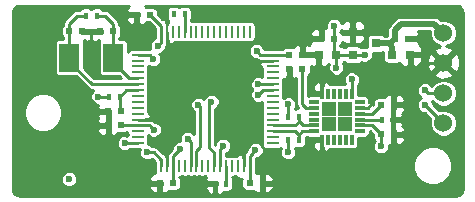
<source format=gbr>
G04 #@! TF.FileFunction,Copper,L1,Top,Signal*
%FSLAX46Y46*%
G04 Gerber Fmt 4.6, Leading zero omitted, Abs format (unit mm)*
G04 Created by KiCad (PCBNEW 4.0.2-stable) date 2017年05月12日 星期五 07:52:48*
%MOMM*%
G01*
G04 APERTURE LIST*
%ADD10C,0.100000*%
%ADD11R,0.600000X0.500000*%
%ADD12R,0.800000X0.750000*%
%ADD13C,1.524000*%
%ADD14R,0.400000X0.600000*%
%ADD15R,0.800100X0.800100*%
%ADD16R,1.000000X0.250000*%
%ADD17R,0.250000X1.000000*%
%ADD18R,0.300000X0.850000*%
%ADD19R,0.850000X0.300000*%
%ADD20R,1.300000X1.300000*%
%ADD21R,1.700000X2.400000*%
%ADD22C,0.600000*%
%ADD23C,0.250000*%
%ADD24C,0.500000*%
%ADD25C,0.254000*%
G04 APERTURE END LIST*
D10*
D11*
X167050000Y-90725000D03*
X165950000Y-90725000D03*
D12*
X187600000Y-94100000D03*
X189100000Y-94100000D03*
D11*
X187800000Y-92750000D03*
X188900000Y-92750000D03*
X182650000Y-92750000D03*
X181550000Y-92750000D03*
D12*
X182850000Y-94100000D03*
X181350000Y-94100000D03*
D11*
X164625000Y-100100000D03*
X163525000Y-100100000D03*
X169000000Y-104975000D03*
X167900000Y-104975000D03*
X178875000Y-94100000D03*
X179975000Y-94100000D03*
X164625000Y-98900000D03*
X163525000Y-98900000D03*
X175500000Y-104975000D03*
X176600000Y-104975000D03*
X163950000Y-92125000D03*
X162850000Y-92125000D03*
X160250000Y-92125000D03*
X161350000Y-92125000D03*
X187725000Y-100850000D03*
X186625000Y-100850000D03*
X179975000Y-95300000D03*
X178875000Y-95300000D03*
X186625000Y-98350000D03*
X187725000Y-98350000D03*
D13*
X191900000Y-92275000D03*
X191900000Y-94800000D03*
X191900000Y-97355000D03*
X191900000Y-99895000D03*
D14*
X169100000Y-90675000D03*
X170000000Y-90675000D03*
X172600000Y-105025000D03*
X173500000Y-105025000D03*
X163625000Y-97650000D03*
X164525000Y-97650000D03*
X161650000Y-90800000D03*
X162550000Y-90800000D03*
X178775000Y-101350000D03*
X179675000Y-101350000D03*
X178775000Y-99350000D03*
X179675000Y-99350000D03*
X187625000Y-99600000D03*
X186725000Y-99600000D03*
D15*
X184224240Y-92200000D03*
X184224240Y-94100000D03*
X186223220Y-93150000D03*
D16*
X166050000Y-94100000D03*
X166050000Y-94600000D03*
X166050000Y-95100000D03*
X166050000Y-95600000D03*
X166050000Y-96100000D03*
X166050000Y-96600000D03*
X166050000Y-97100000D03*
X166050000Y-97600000D03*
X166050000Y-98100000D03*
X166050000Y-98600000D03*
X166050000Y-99100000D03*
X166050000Y-99600000D03*
X166050000Y-100100000D03*
X166050000Y-100600000D03*
X166050000Y-101100000D03*
X166050000Y-101600000D03*
D17*
X168000000Y-103550000D03*
X168500000Y-103550000D03*
X169000000Y-103550000D03*
X169500000Y-103550000D03*
X170000000Y-103550000D03*
X170500000Y-103550000D03*
X171000000Y-103550000D03*
X171500000Y-103550000D03*
X172000000Y-103550000D03*
X172500000Y-103550000D03*
X173000000Y-103550000D03*
X173500000Y-103550000D03*
X174000000Y-103550000D03*
X174500000Y-103550000D03*
X175000000Y-103550000D03*
X175500000Y-103550000D03*
D16*
X177450000Y-101600000D03*
X177450000Y-101100000D03*
X177450000Y-100600000D03*
X177450000Y-100100000D03*
X177450000Y-99600000D03*
X177450000Y-99100000D03*
X177450000Y-98600000D03*
X177450000Y-98100000D03*
X177450000Y-97600000D03*
X177450000Y-97100000D03*
X177450000Y-96600000D03*
X177450000Y-96100000D03*
X177450000Y-95600000D03*
X177450000Y-95100000D03*
X177450000Y-94600000D03*
X177450000Y-94100000D03*
D17*
X175500000Y-92150000D03*
X175000000Y-92150000D03*
X174500000Y-92150000D03*
X174000000Y-92150000D03*
X173500000Y-92150000D03*
X173000000Y-92150000D03*
X172500000Y-92150000D03*
X172000000Y-92150000D03*
X171500000Y-92150000D03*
X171000000Y-92150000D03*
X170500000Y-92150000D03*
X170000000Y-92150000D03*
X169500000Y-92150000D03*
X169000000Y-92150000D03*
X168500000Y-92150000D03*
X168000000Y-92150000D03*
D18*
X181650000Y-101300000D03*
X182150000Y-101300000D03*
X182650000Y-101300000D03*
X183150000Y-101300000D03*
X183650000Y-101300000D03*
X184150000Y-101300000D03*
D19*
X184850000Y-100600000D03*
X184850000Y-100100000D03*
X184850000Y-99600000D03*
X184850000Y-99100000D03*
X184850000Y-98600000D03*
X184850000Y-98100000D03*
D18*
X184150000Y-97400000D03*
X183650000Y-97400000D03*
X183150000Y-97400000D03*
X182650000Y-97400000D03*
X182150000Y-97400000D03*
X181650000Y-97400000D03*
D19*
X180950000Y-98100000D03*
X180950000Y-98600000D03*
X180950000Y-99100000D03*
X180950000Y-99600000D03*
X180950000Y-100100000D03*
X180950000Y-100600000D03*
D20*
X183550000Y-98700000D03*
X182250000Y-98700000D03*
X183550000Y-100000000D03*
X182250000Y-100000000D03*
D21*
X163950000Y-94350000D03*
X160250000Y-94350000D03*
D22*
X169575000Y-102125000D03*
X176100000Y-93800000D03*
X182850000Y-95200000D03*
X182650000Y-91700000D03*
X186625000Y-101875000D03*
X184150000Y-96200000D03*
X185250000Y-94100000D03*
X176000000Y-102200000D03*
X160225000Y-104650000D03*
X178775000Y-98325010D03*
X167400000Y-100450000D03*
X178775000Y-102375000D03*
X167725000Y-93349998D03*
X167350004Y-94475000D03*
X162700000Y-97650000D03*
X168500000Y-101700000D03*
X176100000Y-94774998D03*
X185800000Y-98025010D03*
X181650000Y-96200000D03*
X181650002Y-102475000D03*
X174475000Y-102200000D03*
X178874990Y-96175000D03*
X157725000Y-102400000D03*
X188675000Y-100850000D03*
X188675000Y-98350000D03*
X188525000Y-99600000D03*
X190350000Y-95150000D03*
X162100000Y-93100000D03*
X167400000Y-99275000D03*
X166925000Y-104975000D03*
X171725000Y-105025000D03*
X176600000Y-104000000D03*
X185250000Y-92200000D03*
X190125000Y-94100000D03*
X189850000Y-92750000D03*
X181550000Y-91775000D03*
X181350000Y-95200000D03*
X179975000Y-93125000D03*
X168825004Y-93350000D03*
X165950000Y-91625000D03*
X162550000Y-100100000D03*
X162550000Y-98900000D03*
X176250008Y-96600000D03*
X190349998Y-97125000D03*
X176250004Y-97500000D03*
X190349999Y-98349999D03*
X170250004Y-101250000D03*
X171175000Y-98350000D03*
X166825000Y-102375000D03*
X172275000Y-98099992D03*
X164925000Y-101600000D03*
X173250000Y-101825000D03*
D23*
X169275001Y-102424999D02*
X169575000Y-102125000D01*
X169000000Y-102700000D02*
X169275001Y-102424999D01*
X169000000Y-103550000D02*
X169000000Y-102700000D01*
X177450000Y-94100000D02*
X176400000Y-94100000D01*
X176400000Y-94100000D02*
X176100000Y-93800000D01*
X182850000Y-94100000D02*
X182850000Y-95200000D01*
X182650000Y-92750000D02*
X182650000Y-93900000D01*
X182650000Y-93900000D02*
X182850000Y-94100000D01*
X184224240Y-94100000D02*
X182850000Y-94100000D01*
X182650000Y-92750000D02*
X182650000Y-91700000D01*
X186625000Y-100850000D02*
X186625000Y-101875000D01*
X184150000Y-97400000D02*
X184150000Y-96200000D01*
X184224240Y-94100000D02*
X185250000Y-94100000D01*
X175700001Y-102499999D02*
X176000000Y-102200000D01*
X175500000Y-102700000D02*
X175700001Y-102499999D01*
X175500000Y-103550000D02*
X175500000Y-102700000D01*
X178775000Y-99350000D02*
X178775000Y-98325010D01*
X167100001Y-100150001D02*
X167400000Y-100450000D01*
X167050000Y-100100000D02*
X167100001Y-100150001D01*
X166050000Y-100100000D02*
X167050000Y-100100000D01*
X178775000Y-101350000D02*
X178775000Y-102375000D01*
X168000000Y-93074998D02*
X167725000Y-93349998D01*
X168000000Y-92150000D02*
X168000000Y-93074998D01*
X167050005Y-94175001D02*
X167350004Y-94475000D01*
X166050000Y-94100000D02*
X166975004Y-94100000D01*
X166975004Y-94100000D02*
X167050005Y-94175001D01*
X163625000Y-97650000D02*
X162700000Y-97650000D01*
X184850000Y-100100000D02*
X185875000Y-100100000D01*
X185875000Y-100100000D02*
X186625000Y-100850000D01*
X177450000Y-94100000D02*
X178875000Y-94100000D01*
X175500000Y-103550000D02*
X175500000Y-104975000D01*
X169000000Y-103550000D02*
X169000000Y-104975000D01*
X166050000Y-100100000D02*
X164625000Y-100100000D01*
X168000000Y-92150000D02*
X168000000Y-91675000D01*
X168000000Y-91675000D02*
X167050000Y-90725000D01*
X168500000Y-103550000D02*
X168500000Y-101700000D01*
X176100002Y-94774998D02*
X176100000Y-94774998D01*
X176275000Y-94600000D02*
X176100002Y-94774998D01*
X177450000Y-94600000D02*
X176275000Y-94600000D01*
X185800000Y-98325000D02*
X185800000Y-98025010D01*
X185525000Y-98600000D02*
X185800000Y-98325000D01*
X184850000Y-98600000D02*
X185525000Y-98600000D01*
X181650000Y-97400000D02*
X181650000Y-96200000D01*
X181650000Y-102474998D02*
X181650002Y-102475000D01*
X181650000Y-102375000D02*
X181650000Y-102474998D01*
X181650000Y-101300000D02*
X181650000Y-102375000D01*
X174774999Y-102499999D02*
X174475000Y-102200000D01*
X175000000Y-102725000D02*
X174774999Y-102499999D01*
X175000000Y-103550000D02*
X175000000Y-102725000D01*
X178875000Y-96174990D02*
X178874990Y-96175000D01*
X178875000Y-95300000D02*
X178875000Y-96174990D01*
X187725000Y-100850000D02*
X188675000Y-100850000D01*
X187725000Y-98350000D02*
X188675000Y-98350000D01*
X187625000Y-99600000D02*
X188525000Y-99600000D01*
X191900000Y-94800000D02*
X190700000Y-94800000D01*
X190700000Y-94800000D02*
X190350000Y-95150000D01*
X162100000Y-92125000D02*
X162850000Y-92125000D01*
X161350000Y-92125000D02*
X162100000Y-92125000D01*
X162100000Y-92125000D02*
X162100000Y-93100000D01*
X167100001Y-99574999D02*
X167400000Y-99275000D01*
X167075000Y-99600000D02*
X167100001Y-99574999D01*
X166050000Y-99600000D02*
X167075000Y-99600000D01*
X167900000Y-104975000D02*
X166925000Y-104975000D01*
X172600000Y-105025000D02*
X171725000Y-105025000D01*
X176600000Y-104975000D02*
X176600000Y-104000000D01*
X184224240Y-92200000D02*
X185250000Y-92200000D01*
X189100000Y-94100000D02*
X190125000Y-94100000D01*
X188900000Y-92750000D02*
X189850000Y-92750000D01*
X181550000Y-92750000D02*
X181550000Y-91775000D01*
X181350000Y-94100000D02*
X181350000Y-95200000D01*
X179975000Y-94100000D02*
X179975000Y-93125000D01*
X168525005Y-93050001D02*
X168825004Y-93350000D01*
X168500000Y-93024996D02*
X168525005Y-93050001D01*
X168500000Y-92150000D02*
X168500000Y-93024996D01*
X165950000Y-90725000D02*
X165950000Y-91625000D01*
X163525000Y-100100000D02*
X162550000Y-100100000D01*
X163525000Y-98900000D02*
X162550000Y-98900000D01*
D24*
X186223220Y-93150000D02*
X187300000Y-93150000D01*
X187300000Y-93150000D02*
X187600000Y-93450000D01*
X187600000Y-93450000D02*
X187600000Y-94100000D01*
X186223220Y-93150000D02*
X187400000Y-93150000D01*
X187400000Y-93150000D02*
X187800000Y-92750000D01*
X191900000Y-92275000D02*
X191138001Y-91513001D01*
X191138001Y-91513001D02*
X188286999Y-91513001D01*
X188286999Y-91513001D02*
X187800000Y-92000000D01*
X187800000Y-92000000D02*
X187800000Y-92750000D01*
D23*
X164525000Y-97650000D02*
X164525000Y-98800000D01*
X164525000Y-98800000D02*
X164625000Y-98900000D01*
X166050000Y-97100000D02*
X165075000Y-97100000D01*
X165075000Y-97100000D02*
X164525000Y-97650000D01*
X162550000Y-90800000D02*
X163250000Y-90800000D01*
X163250000Y-90800000D02*
X163950000Y-91500000D01*
X163950000Y-91500000D02*
X163950000Y-92125000D01*
X163950000Y-92125000D02*
X163950000Y-94350000D01*
X166050000Y-96100000D02*
X165300000Y-96100000D01*
X165300000Y-96100000D02*
X163950000Y-94750000D01*
X163950000Y-94750000D02*
X163950000Y-94350000D01*
X160250000Y-92125000D02*
X160250000Y-91475000D01*
X160250000Y-91475000D02*
X160925000Y-90800000D01*
X160925000Y-90800000D02*
X161650000Y-90800000D01*
X160250000Y-92125000D02*
X160250000Y-94350000D01*
X166050000Y-96600000D02*
X162150000Y-96600000D01*
X162150000Y-96600000D02*
X160250000Y-94700000D01*
X160250000Y-94700000D02*
X160250000Y-94350000D01*
X180950000Y-98600000D02*
X180275000Y-98600000D01*
X180275000Y-98600000D02*
X179975000Y-98300000D01*
X179975000Y-98300000D02*
X179975000Y-95800000D01*
X179975000Y-95800000D02*
X179975000Y-95300000D01*
X184850000Y-99100000D02*
X185875000Y-99100000D01*
X185875000Y-99100000D02*
X186625000Y-98350000D01*
X177450000Y-96600000D02*
X176250008Y-96600000D01*
X190579998Y-97355000D02*
X190349998Y-97125000D01*
X191900000Y-97355000D02*
X190579998Y-97355000D01*
X176550003Y-97200001D02*
X176250004Y-97500000D01*
X176650004Y-97100000D02*
X176550003Y-97200001D01*
X177450000Y-97100000D02*
X176650004Y-97100000D01*
X190354999Y-98349999D02*
X190349999Y-98349999D01*
X191900000Y-99895000D02*
X190354999Y-98349999D01*
X170500000Y-101499996D02*
X170250004Y-101250000D01*
X170500000Y-103550000D02*
X170500000Y-101499996D01*
X171175000Y-98350000D02*
X171300000Y-98475000D01*
X171300000Y-98475000D02*
X171300000Y-101950000D01*
X171300000Y-101950000D02*
X171000000Y-102250000D01*
X171000000Y-102250000D02*
X171000000Y-103550000D01*
X168000000Y-103550000D02*
X168000000Y-103000000D01*
X168000000Y-103000000D02*
X167375000Y-102375000D01*
X167375000Y-102375000D02*
X166825000Y-102375000D01*
X172500000Y-103550000D02*
X172500000Y-102400000D01*
X172500000Y-102400000D02*
X172025000Y-101925000D01*
X172025000Y-98349992D02*
X172275000Y-98099992D01*
X172025000Y-101925000D02*
X172025000Y-98349992D01*
X166050000Y-101600000D02*
X164925000Y-101600000D01*
X173000000Y-102075000D02*
X173250000Y-101825000D01*
X173000000Y-103550000D02*
X173000000Y-102075000D01*
X170000000Y-92150000D02*
X170000000Y-90675000D01*
X173500000Y-103550000D02*
X173500000Y-105025000D01*
X180950000Y-100600000D02*
X179975000Y-100600000D01*
X179975000Y-100600000D02*
X179675000Y-100900000D01*
X179675000Y-100900000D02*
X179675000Y-101350000D01*
X177450000Y-100600000D02*
X179350000Y-100600000D01*
X179350000Y-100600000D02*
X179675000Y-100925000D01*
X179675000Y-100925000D02*
X179675000Y-101350000D01*
X180950000Y-100100000D02*
X180025000Y-100100000D01*
X180025000Y-100100000D02*
X179675000Y-99750000D01*
X179675000Y-99750000D02*
X179675000Y-99350000D01*
X177450000Y-100100000D02*
X179350000Y-100100000D01*
X179350000Y-100100000D02*
X179675000Y-99775000D01*
X179675000Y-99775000D02*
X179675000Y-99350000D01*
X184850000Y-99600000D02*
X186725000Y-99600000D01*
D25*
G36*
X165111673Y-90115301D02*
X165015000Y-90348690D01*
X165015000Y-90441250D01*
X165173750Y-90600000D01*
X165823000Y-90600000D01*
X165823000Y-90578000D01*
X166077000Y-90578000D01*
X166077000Y-90600000D01*
X166097000Y-90600000D01*
X166097000Y-90850000D01*
X166077000Y-90850000D01*
X166077000Y-91451250D01*
X166235750Y-91610000D01*
X166376309Y-91610000D01*
X166609698Y-91513327D01*
X166759562Y-91363464D01*
X166972872Y-91363464D01*
X167486536Y-91877128D01*
X167486536Y-92650000D01*
X167494000Y-92689667D01*
X167494000Y-92708602D01*
X167339748Y-92772337D01*
X167148013Y-92963739D01*
X167044118Y-93213944D01*
X167043882Y-93484863D01*
X167099182Y-93618701D01*
X166975004Y-93594000D01*
X166586859Y-93594000D01*
X166550000Y-93586536D01*
X165550000Y-93586536D01*
X165408810Y-93613103D01*
X165279135Y-93696546D01*
X165192141Y-93823866D01*
X165188464Y-93842024D01*
X165188464Y-93150000D01*
X165161897Y-93008810D01*
X165078454Y-92879135D01*
X164951134Y-92792141D01*
X164800000Y-92761536D01*
X164456000Y-92761536D01*
X164456000Y-92695193D01*
X164520865Y-92653454D01*
X164607859Y-92526134D01*
X164638464Y-92375000D01*
X164638464Y-91875000D01*
X164611897Y-91733810D01*
X164528454Y-91604135D01*
X164456000Y-91554629D01*
X164456000Y-91500000D01*
X164417483Y-91306362D01*
X164307796Y-91142204D01*
X164174342Y-91008750D01*
X165015000Y-91008750D01*
X165015000Y-91101310D01*
X165111673Y-91334699D01*
X165290302Y-91513327D01*
X165523691Y-91610000D01*
X165664250Y-91610000D01*
X165823000Y-91451250D01*
X165823000Y-90850000D01*
X165173750Y-90850000D01*
X165015000Y-91008750D01*
X164174342Y-91008750D01*
X163607796Y-90442204D01*
X163443638Y-90332517D01*
X163250000Y-90294000D01*
X163070193Y-90294000D01*
X163028454Y-90229135D01*
X162901134Y-90142141D01*
X162750000Y-90111536D01*
X162350000Y-90111536D01*
X162208810Y-90138103D01*
X162098814Y-90208883D01*
X162001134Y-90142141D01*
X161850000Y-90111536D01*
X161450000Y-90111536D01*
X161308810Y-90138103D01*
X161179135Y-90221546D01*
X161129629Y-90294000D01*
X160925000Y-90294000D01*
X160731362Y-90332517D01*
X160567204Y-90442204D01*
X159892204Y-91117204D01*
X159782517Y-91281362D01*
X159744000Y-91475000D01*
X159744000Y-91554807D01*
X159679135Y-91596546D01*
X159592141Y-91723866D01*
X159561536Y-91875000D01*
X159561536Y-92375000D01*
X159588103Y-92516190D01*
X159671546Y-92645865D01*
X159744000Y-92695371D01*
X159744000Y-92761536D01*
X159400000Y-92761536D01*
X159258810Y-92788103D01*
X159129135Y-92871546D01*
X159042141Y-92998866D01*
X159011536Y-93150000D01*
X159011536Y-95550000D01*
X159038103Y-95691190D01*
X159121546Y-95820865D01*
X159248866Y-95907859D01*
X159400000Y-95938464D01*
X160772872Y-95938464D01*
X161792204Y-96957796D01*
X161956362Y-97067483D01*
X162150000Y-97106000D01*
X162281028Y-97106000D01*
X162123013Y-97263741D01*
X162019118Y-97513946D01*
X162018882Y-97784865D01*
X162122339Y-98035252D01*
X162313741Y-98226987D01*
X162563946Y-98330882D01*
X162669826Y-98330974D01*
X162590000Y-98523690D01*
X162590000Y-98616250D01*
X162748750Y-98775000D01*
X163398000Y-98775000D01*
X163398000Y-98753000D01*
X163652000Y-98753000D01*
X163652000Y-98775000D01*
X163672000Y-98775000D01*
X163672000Y-99025000D01*
X163652000Y-99025000D01*
X163652000Y-99975000D01*
X163672000Y-99975000D01*
X163672000Y-100225000D01*
X163652000Y-100225000D01*
X163652000Y-100826250D01*
X163810750Y-100985000D01*
X163951309Y-100985000D01*
X164184698Y-100888327D01*
X164334562Y-100738464D01*
X164925000Y-100738464D01*
X165066190Y-100711897D01*
X165161536Y-100650544D01*
X165161536Y-100725000D01*
X165185920Y-100854588D01*
X165164181Y-100961940D01*
X165061054Y-100919118D01*
X164790135Y-100918882D01*
X164539748Y-101022339D01*
X164348013Y-101213741D01*
X164244118Y-101463946D01*
X164243882Y-101734865D01*
X164347339Y-101985252D01*
X164538741Y-102176987D01*
X164788946Y-102280882D01*
X165059865Y-102281118D01*
X165310252Y-102177661D01*
X165382038Y-102106000D01*
X165513141Y-102106000D01*
X165550000Y-102113464D01*
X166196223Y-102113464D01*
X166144118Y-102238946D01*
X166143882Y-102509865D01*
X166247339Y-102760252D01*
X166438741Y-102951987D01*
X166688946Y-103055882D01*
X166959865Y-103056118D01*
X167210252Y-102952661D01*
X167223672Y-102939264D01*
X167486536Y-103202128D01*
X167486536Y-104050000D01*
X167494063Y-104090000D01*
X167473691Y-104090000D01*
X167240302Y-104186673D01*
X167061673Y-104365301D01*
X166965000Y-104598690D01*
X166965000Y-104691250D01*
X167123750Y-104850000D01*
X167773000Y-104850000D01*
X167773000Y-104828000D01*
X168027000Y-104828000D01*
X168027000Y-104850000D01*
X168047000Y-104850000D01*
X168047000Y-105100000D01*
X168027000Y-105100000D01*
X168027000Y-105701250D01*
X168185750Y-105860000D01*
X168326309Y-105860000D01*
X168559698Y-105763327D01*
X168709562Y-105613464D01*
X169300000Y-105613464D01*
X169441190Y-105586897D01*
X169570865Y-105503454D01*
X169657859Y-105376134D01*
X169671099Y-105310750D01*
X171765000Y-105310750D01*
X171765000Y-105451310D01*
X171861673Y-105684699D01*
X172040302Y-105863327D01*
X172273691Y-105960000D01*
X172341250Y-105960000D01*
X172500000Y-105801250D01*
X172500000Y-105152000D01*
X171923750Y-105152000D01*
X171765000Y-105310750D01*
X169671099Y-105310750D01*
X169688464Y-105225000D01*
X169688464Y-104725000D01*
X169661897Y-104583810D01*
X169578454Y-104454135D01*
X169555519Y-104438464D01*
X169625000Y-104438464D01*
X169754588Y-104414080D01*
X169875000Y-104438464D01*
X170125000Y-104438464D01*
X170254588Y-104414080D01*
X170375000Y-104438464D01*
X170625000Y-104438464D01*
X170754588Y-104414080D01*
X170875000Y-104438464D01*
X171125000Y-104438464D01*
X171254588Y-104414080D01*
X171375000Y-104438464D01*
X171625000Y-104438464D01*
X171754588Y-104414080D01*
X171834744Y-104430312D01*
X171765000Y-104598690D01*
X171765000Y-104739250D01*
X171923750Y-104898000D01*
X172500000Y-104898000D01*
X172500000Y-104878000D01*
X172700000Y-104878000D01*
X172700000Y-104898000D01*
X172747000Y-104898000D01*
X172747000Y-105152000D01*
X172700000Y-105152000D01*
X172700000Y-105801250D01*
X172858750Y-105960000D01*
X172926309Y-105960000D01*
X173159698Y-105863327D01*
X173309562Y-105713464D01*
X173700000Y-105713464D01*
X173841190Y-105686897D01*
X173970865Y-105603454D01*
X174057859Y-105476134D01*
X174088464Y-105325000D01*
X174088464Y-104725000D01*
X174061897Y-104583810D01*
X174006000Y-104496943D01*
X174006000Y-104438464D01*
X174125000Y-104438464D01*
X174254588Y-104414080D01*
X174363011Y-104436036D01*
X174515301Y-104588327D01*
X174748690Y-104685000D01*
X174778750Y-104685000D01*
X174830018Y-104633732D01*
X174811536Y-104725000D01*
X174811536Y-105225000D01*
X174838103Y-105366190D01*
X174921546Y-105495865D01*
X175048866Y-105582859D01*
X175200000Y-105613464D01*
X175790438Y-105613464D01*
X175940302Y-105763327D01*
X176173691Y-105860000D01*
X176314250Y-105860000D01*
X176473000Y-105701250D01*
X176473000Y-105100000D01*
X176727000Y-105100000D01*
X176727000Y-105701250D01*
X176885750Y-105860000D01*
X177026309Y-105860000D01*
X177259698Y-105763327D01*
X177438327Y-105584699D01*
X177535000Y-105351310D01*
X177535000Y-105258750D01*
X177376250Y-105100000D01*
X176727000Y-105100000D01*
X176473000Y-105100000D01*
X176453000Y-105100000D01*
X176453000Y-104850000D01*
X176473000Y-104850000D01*
X176473000Y-104248750D01*
X176727000Y-104248750D01*
X176727000Y-104850000D01*
X177376250Y-104850000D01*
X177535000Y-104691250D01*
X177535000Y-104598690D01*
X177438327Y-104365301D01*
X177259698Y-104186673D01*
X177026309Y-104090000D01*
X176885750Y-104090000D01*
X176727000Y-104248750D01*
X176473000Y-104248750D01*
X176314250Y-104090000D01*
X176173691Y-104090000D01*
X176006000Y-104159460D01*
X176006000Y-104086859D01*
X176013464Y-104050000D01*
X176013464Y-103823003D01*
X189368718Y-103823003D01*
X189616499Y-104422680D01*
X190074907Y-104881888D01*
X190674151Y-105130716D01*
X191323003Y-105131282D01*
X191922680Y-104883501D01*
X192381888Y-104425093D01*
X192630716Y-103825849D01*
X192631282Y-103176997D01*
X192383501Y-102577320D01*
X191925093Y-102118112D01*
X191325849Y-101869284D01*
X190676997Y-101868718D01*
X190077320Y-102116499D01*
X189618112Y-102574907D01*
X189369284Y-103174151D01*
X189368718Y-103823003D01*
X176013464Y-103823003D01*
X176013464Y-103050000D01*
X176006000Y-103010333D01*
X176006000Y-102909592D01*
X176034561Y-102881031D01*
X176134865Y-102881118D01*
X176385252Y-102777661D01*
X176576987Y-102586259D01*
X176680882Y-102336054D01*
X176681118Y-102065135D01*
X176618317Y-101913145D01*
X176671546Y-101995865D01*
X176798866Y-102082859D01*
X176950000Y-102113464D01*
X177950000Y-102113464D01*
X178091190Y-102086897D01*
X178181344Y-102028885D01*
X178094118Y-102238946D01*
X178093882Y-102509865D01*
X178197339Y-102760252D01*
X178388741Y-102951987D01*
X178638946Y-103055882D01*
X178909865Y-103056118D01*
X179160252Y-102952661D01*
X179351987Y-102761259D01*
X179455882Y-102511054D01*
X179456118Y-102240135D01*
X179363457Y-102015876D01*
X179475000Y-102038464D01*
X179875000Y-102038464D01*
X180016190Y-102011897D01*
X180145865Y-101928454D01*
X180232859Y-101801134D01*
X180263464Y-101650000D01*
X180263464Y-101585750D01*
X180865000Y-101585750D01*
X180865000Y-101851309D01*
X180961673Y-102084698D01*
X181140301Y-102263327D01*
X181373690Y-102360000D01*
X181416250Y-102360000D01*
X181575000Y-102201250D01*
X181575000Y-101427000D01*
X181023750Y-101427000D01*
X180865000Y-101585750D01*
X180263464Y-101585750D01*
X180263464Y-101106000D01*
X180371145Y-101106000D01*
X180373866Y-101107859D01*
X180525000Y-101138464D01*
X180989214Y-101138464D01*
X181023750Y-101173000D01*
X181575000Y-101173000D01*
X181575000Y-101153000D01*
X181611536Y-101153000D01*
X181611536Y-101725000D01*
X181638103Y-101866190D01*
X181721546Y-101995865D01*
X181725000Y-101998225D01*
X181725000Y-102201250D01*
X181883750Y-102360000D01*
X181926310Y-102360000D01*
X182159699Y-102263327D01*
X182311777Y-102111248D01*
X182403670Y-102093957D01*
X182500000Y-102113464D01*
X182800000Y-102113464D01*
X182903670Y-102093957D01*
X183000000Y-102113464D01*
X183300000Y-102113464D01*
X183403670Y-102093957D01*
X183500000Y-102113464D01*
X183800000Y-102113464D01*
X183903670Y-102093957D01*
X184000000Y-102113464D01*
X184300000Y-102113464D01*
X184441190Y-102086897D01*
X184570865Y-102003454D01*
X184657859Y-101876134D01*
X184688464Y-101725000D01*
X184688464Y-101138464D01*
X185275000Y-101138464D01*
X185416190Y-101111897D01*
X185545865Y-101028454D01*
X185632859Y-100901134D01*
X185663464Y-100750000D01*
X185663464Y-100606000D01*
X185665408Y-100606000D01*
X185936536Y-100877128D01*
X185936536Y-101100000D01*
X185963103Y-101241190D01*
X186046546Y-101370865D01*
X186117517Y-101419358D01*
X186048013Y-101488741D01*
X185944118Y-101738946D01*
X185943882Y-102009865D01*
X186047339Y-102260252D01*
X186238741Y-102451987D01*
X186488946Y-102555882D01*
X186759865Y-102556118D01*
X187010252Y-102452661D01*
X187201987Y-102261259D01*
X187305882Y-102011054D01*
X187306118Y-101740135D01*
X187303996Y-101735000D01*
X187439250Y-101735000D01*
X187598000Y-101576250D01*
X187598000Y-100975000D01*
X187852000Y-100975000D01*
X187852000Y-101576250D01*
X188010750Y-101735000D01*
X188151309Y-101735000D01*
X188384698Y-101638327D01*
X188563327Y-101459699D01*
X188660000Y-101226310D01*
X188660000Y-101133750D01*
X188501250Y-100975000D01*
X187852000Y-100975000D01*
X187598000Y-100975000D01*
X187578000Y-100975000D01*
X187578000Y-100725000D01*
X187598000Y-100725000D01*
X187598000Y-100123750D01*
X187525000Y-100050750D01*
X187525000Y-99727000D01*
X187725000Y-99727000D01*
X187725000Y-100376250D01*
X187852000Y-100503250D01*
X187852000Y-100725000D01*
X188501250Y-100725000D01*
X188660000Y-100566250D01*
X188660000Y-100473690D01*
X188563327Y-100240301D01*
X188427587Y-100104562D01*
X188460000Y-100026310D01*
X188460000Y-99885750D01*
X188301250Y-99727000D01*
X187725000Y-99727000D01*
X187525000Y-99727000D01*
X187478000Y-99727000D01*
X187478000Y-99473000D01*
X187525000Y-99473000D01*
X187525000Y-99149250D01*
X187598000Y-99076250D01*
X187598000Y-98823750D01*
X187725000Y-98823750D01*
X187725000Y-99473000D01*
X188301250Y-99473000D01*
X188460000Y-99314250D01*
X188460000Y-99173690D01*
X188427587Y-99095438D01*
X188563327Y-98959699D01*
X188660000Y-98726310D01*
X188660000Y-98633750D01*
X188501250Y-98475000D01*
X187852000Y-98475000D01*
X187852000Y-98696750D01*
X187725000Y-98823750D01*
X187598000Y-98823750D01*
X187598000Y-98475000D01*
X187578000Y-98475000D01*
X187578000Y-98225000D01*
X187598000Y-98225000D01*
X187598000Y-97623750D01*
X187852000Y-97623750D01*
X187852000Y-98225000D01*
X188501250Y-98225000D01*
X188660000Y-98066250D01*
X188660000Y-97973690D01*
X188563327Y-97740301D01*
X188384698Y-97561673D01*
X188151309Y-97465000D01*
X188010750Y-97465000D01*
X187852000Y-97623750D01*
X187598000Y-97623750D01*
X187439250Y-97465000D01*
X187298691Y-97465000D01*
X187065302Y-97561673D01*
X186915438Y-97711536D01*
X186325000Y-97711536D01*
X186183810Y-97738103D01*
X186054135Y-97821546D01*
X185967141Y-97948866D01*
X185936536Y-98100000D01*
X185936536Y-98322872D01*
X185910000Y-98349408D01*
X185910000Y-98323690D01*
X185813327Y-98090301D01*
X185661248Y-97938223D01*
X185636897Y-97808810D01*
X185553454Y-97679135D01*
X185426134Y-97592141D01*
X185275000Y-97561536D01*
X184688464Y-97561536D01*
X184688464Y-97259865D01*
X189668880Y-97259865D01*
X189772337Y-97510252D01*
X189963739Y-97701987D01*
X190049163Y-97737458D01*
X189964747Y-97772338D01*
X189773012Y-97963740D01*
X189669117Y-98213945D01*
X189668881Y-98484864D01*
X189772338Y-98735251D01*
X189963740Y-98926986D01*
X190213945Y-99030881D01*
X190320382Y-99030974D01*
X190815544Y-99526136D01*
X190757199Y-99666646D01*
X190756802Y-100121359D01*
X190930446Y-100541612D01*
X191251697Y-100863423D01*
X191671646Y-101037801D01*
X192126359Y-101038198D01*
X192546612Y-100864554D01*
X192868423Y-100543303D01*
X193042801Y-100123354D01*
X193043198Y-99668641D01*
X192869554Y-99248388D01*
X192548303Y-98926577D01*
X192128354Y-98752199D01*
X191673641Y-98751802D01*
X191531235Y-98810643D01*
X191031034Y-98310442D01*
X191031117Y-98215134D01*
X190951682Y-98022885D01*
X191251697Y-98323423D01*
X191671646Y-98497801D01*
X192126359Y-98498198D01*
X192546612Y-98324554D01*
X192868423Y-98003303D01*
X193042801Y-97583354D01*
X193043198Y-97128641D01*
X192869554Y-96708388D01*
X192548303Y-96386577D01*
X192128354Y-96212199D01*
X191673641Y-96211802D01*
X191253388Y-96385446D01*
X190931577Y-96706697D01*
X190920734Y-96732811D01*
X190736257Y-96548013D01*
X190486052Y-96444118D01*
X190215133Y-96443882D01*
X189964746Y-96547339D01*
X189773011Y-96738741D01*
X189669116Y-96988946D01*
X189668880Y-97259865D01*
X184688464Y-97259865D01*
X184688464Y-96975000D01*
X184661897Y-96833810D01*
X184656000Y-96824646D01*
X184656000Y-96657123D01*
X184726987Y-96586259D01*
X184830882Y-96336054D01*
X184831118Y-96065135D01*
X184727661Y-95814748D01*
X184693186Y-95780213D01*
X191099392Y-95780213D01*
X191168857Y-96022397D01*
X191692302Y-96209144D01*
X192247368Y-96181362D01*
X192631143Y-96022397D01*
X192700608Y-95780213D01*
X191900000Y-94979605D01*
X191099392Y-95780213D01*
X184693186Y-95780213D01*
X184536259Y-95623013D01*
X184286054Y-95519118D01*
X184015135Y-95518882D01*
X183764748Y-95622339D01*
X183573013Y-95813741D01*
X183469118Y-96063946D01*
X183468882Y-96334865D01*
X183572339Y-96585252D01*
X183573621Y-96586536D01*
X183500000Y-96586536D01*
X183396330Y-96606043D01*
X183300000Y-96586536D01*
X183000000Y-96586536D01*
X182896330Y-96606043D01*
X182800000Y-96586536D01*
X182500000Y-96586536D01*
X182396330Y-96606043D01*
X182311989Y-96588964D01*
X182159699Y-96436673D01*
X181926310Y-96340000D01*
X181883750Y-96340000D01*
X181725000Y-96498750D01*
X181725000Y-96702598D01*
X181642141Y-96823866D01*
X181611536Y-96975000D01*
X181611536Y-97547000D01*
X181575000Y-97547000D01*
X181575000Y-97527000D01*
X181023750Y-97527000D01*
X180989214Y-97561536D01*
X180525000Y-97561536D01*
X180481000Y-97569815D01*
X180481000Y-96848691D01*
X180865000Y-96848691D01*
X180865000Y-97114250D01*
X181023750Y-97273000D01*
X181575000Y-97273000D01*
X181575000Y-96498750D01*
X181416250Y-96340000D01*
X181373690Y-96340000D01*
X181140301Y-96436673D01*
X180961673Y-96615302D01*
X180865000Y-96848691D01*
X180481000Y-96848691D01*
X180481000Y-95870193D01*
X180545865Y-95828454D01*
X180632859Y-95701134D01*
X180663464Y-95550000D01*
X180663464Y-95050000D01*
X180662164Y-95043093D01*
X180823691Y-95110000D01*
X181064250Y-95110000D01*
X181223000Y-94951250D01*
X181223000Y-94227000D01*
X180753250Y-94227000D01*
X180751250Y-94225000D01*
X180102000Y-94225000D01*
X180102000Y-94247000D01*
X179848000Y-94247000D01*
X179848000Y-94225000D01*
X179828000Y-94225000D01*
X179828000Y-93975000D01*
X179848000Y-93975000D01*
X179848000Y-93373750D01*
X180102000Y-93373750D01*
X180102000Y-93975000D01*
X180751250Y-93975000D01*
X180753250Y-93973000D01*
X181223000Y-93973000D01*
X181223000Y-93953000D01*
X181477000Y-93953000D01*
X181477000Y-93973000D01*
X181497000Y-93973000D01*
X181497000Y-94227000D01*
X181477000Y-94227000D01*
X181477000Y-94951250D01*
X181635750Y-95110000D01*
X181876309Y-95110000D01*
X182109698Y-95013327D01*
X182247256Y-94875769D01*
X182169118Y-95063946D01*
X182168882Y-95334865D01*
X182272339Y-95585252D01*
X182463741Y-95776987D01*
X182713946Y-95880882D01*
X182984865Y-95881118D01*
X183235252Y-95777661D01*
X183426987Y-95586259D01*
X183530882Y-95336054D01*
X183531118Y-95065135D01*
X183427661Y-94814748D01*
X183426859Y-94813945D01*
X183520865Y-94753454D01*
X183527887Y-94743177D01*
X183545736Y-94770915D01*
X183673056Y-94857909D01*
X183824190Y-94888514D01*
X184624290Y-94888514D01*
X184765480Y-94861947D01*
X184895155Y-94778504D01*
X184942245Y-94709585D01*
X185113946Y-94780882D01*
X185384865Y-94781118D01*
X185635252Y-94677661D01*
X185826987Y-94486259D01*
X185930882Y-94236054D01*
X185931118Y-93965135D01*
X185920119Y-93938514D01*
X186623270Y-93938514D01*
X186764460Y-93911947D01*
X186811536Y-93881655D01*
X186811536Y-94475000D01*
X186838103Y-94616190D01*
X186921546Y-94745865D01*
X187048866Y-94832859D01*
X187200000Y-94863464D01*
X188000000Y-94863464D01*
X188141190Y-94836897D01*
X188158081Y-94826028D01*
X188161673Y-94834699D01*
X188340302Y-95013327D01*
X188573691Y-95110000D01*
X188814250Y-95110000D01*
X188973000Y-94951250D01*
X188973000Y-94227000D01*
X189227000Y-94227000D01*
X189227000Y-94951250D01*
X189385750Y-95110000D01*
X189626309Y-95110000D01*
X189859698Y-95013327D01*
X190038327Y-94834699D01*
X190135000Y-94601310D01*
X190135000Y-94592302D01*
X190490856Y-94592302D01*
X190518638Y-95147368D01*
X190677603Y-95531143D01*
X190919787Y-95600608D01*
X191720395Y-94800000D01*
X192079605Y-94800000D01*
X192880213Y-95600608D01*
X193122397Y-95531143D01*
X193309144Y-95007698D01*
X193281362Y-94452632D01*
X193122397Y-94068857D01*
X192880213Y-93999392D01*
X192079605Y-94800000D01*
X191720395Y-94800000D01*
X190919787Y-93999392D01*
X190677603Y-94068857D01*
X190490856Y-94592302D01*
X190135000Y-94592302D01*
X190135000Y-94385750D01*
X189976250Y-94227000D01*
X189227000Y-94227000D01*
X188973000Y-94227000D01*
X188953000Y-94227000D01*
X188953000Y-93973000D01*
X188973000Y-93973000D01*
X188973000Y-93953000D01*
X189227000Y-93953000D01*
X189227000Y-93973000D01*
X189976250Y-93973000D01*
X190135000Y-93814250D01*
X190135000Y-93598690D01*
X190038327Y-93365301D01*
X189859698Y-93186673D01*
X189817275Y-93169101D01*
X189835000Y-93126310D01*
X189835000Y-93033750D01*
X189676250Y-92875000D01*
X189027000Y-92875000D01*
X189027000Y-92897000D01*
X188773000Y-92897000D01*
X188773000Y-92875000D01*
X188753000Y-92875000D01*
X188753000Y-92625000D01*
X188773000Y-92625000D01*
X188773000Y-92603000D01*
X189027000Y-92603000D01*
X189027000Y-92625000D01*
X189676250Y-92625000D01*
X189835000Y-92466250D01*
X189835000Y-92373690D01*
X189739860Y-92144001D01*
X190757114Y-92144001D01*
X190756802Y-92501359D01*
X190930446Y-92921612D01*
X191251697Y-93243423D01*
X191660642Y-93413232D01*
X191552632Y-93418638D01*
X191168857Y-93577603D01*
X191099392Y-93819787D01*
X191900000Y-94620395D01*
X192700608Y-93819787D01*
X192631143Y-93577603D01*
X192153223Y-93407098D01*
X192546612Y-93244554D01*
X192868423Y-92923303D01*
X193042801Y-92503354D01*
X193043198Y-92048641D01*
X192869554Y-91628388D01*
X192548303Y-91306577D01*
X192128354Y-91132199D01*
X191673641Y-91131802D01*
X191656325Y-91138957D01*
X191584185Y-91066817D01*
X191379474Y-90930033D01*
X191138001Y-90882001D01*
X188286999Y-90882001D01*
X188045526Y-90930033D01*
X187840815Y-91066816D01*
X187353816Y-91553816D01*
X187217032Y-91758527D01*
X187169000Y-92000000D01*
X187169000Y-92309557D01*
X187142141Y-92348866D01*
X187111536Y-92500000D01*
X187111536Y-92519000D01*
X186927408Y-92519000D01*
X186901724Y-92479085D01*
X186774404Y-92392091D01*
X186623270Y-92361486D01*
X185823170Y-92361486D01*
X185681980Y-92388053D01*
X185552305Y-92471496D01*
X185465311Y-92598816D01*
X185434706Y-92749950D01*
X185434706Y-93439320D01*
X185386054Y-93419118D01*
X185115135Y-93418882D01*
X184942167Y-93490350D01*
X184902744Y-93429085D01*
X184775424Y-93342091D01*
X184624290Y-93311486D01*
X183824190Y-93311486D01*
X183683000Y-93338053D01*
X183553325Y-93421496D01*
X183529700Y-93456072D01*
X183528454Y-93454135D01*
X183401134Y-93367141D01*
X183250000Y-93336536D01*
X183156000Y-93336536D01*
X183156000Y-93320193D01*
X183220865Y-93278454D01*
X183307859Y-93151134D01*
X183336384Y-93010270D01*
X183464491Y-93138377D01*
X183697880Y-93235050D01*
X183938490Y-93235050D01*
X184097240Y-93076300D01*
X184097240Y-92327000D01*
X184351240Y-92327000D01*
X184351240Y-93076300D01*
X184509990Y-93235050D01*
X184750600Y-93235050D01*
X184983989Y-93138377D01*
X185162617Y-92959748D01*
X185259290Y-92726359D01*
X185259290Y-92485750D01*
X185100540Y-92327000D01*
X184351240Y-92327000D01*
X184097240Y-92327000D01*
X183347940Y-92327000D01*
X183312567Y-92362373D01*
X183311897Y-92358810D01*
X183228454Y-92229135D01*
X183156000Y-92179629D01*
X183156000Y-92157123D01*
X183226987Y-92086259D01*
X183266366Y-91991426D01*
X183347940Y-92073000D01*
X184097240Y-92073000D01*
X184097240Y-91323700D01*
X184351240Y-91323700D01*
X184351240Y-92073000D01*
X185100540Y-92073000D01*
X185259290Y-91914250D01*
X185259290Y-91673641D01*
X185162617Y-91440252D01*
X184983989Y-91261623D01*
X184750600Y-91164950D01*
X184509990Y-91164950D01*
X184351240Y-91323700D01*
X184097240Y-91323700D01*
X183938490Y-91164950D01*
X183697880Y-91164950D01*
X183464491Y-91261623D01*
X183285863Y-91440252D01*
X183282686Y-91447921D01*
X183227661Y-91314748D01*
X183036259Y-91123013D01*
X182786054Y-91019118D01*
X182515135Y-91018882D01*
X182264748Y-91122339D01*
X182073013Y-91313741D01*
X181969118Y-91563946D01*
X181968882Y-91834865D01*
X181982371Y-91867511D01*
X181976309Y-91865000D01*
X181835750Y-91865000D01*
X181677000Y-92023750D01*
X181677000Y-92625000D01*
X181697000Y-92625000D01*
X181697000Y-92875000D01*
X181677000Y-92875000D01*
X181677000Y-92897000D01*
X181423000Y-92897000D01*
X181423000Y-92875000D01*
X180773750Y-92875000D01*
X180615000Y-93033750D01*
X180615000Y-93126310D01*
X180632725Y-93169101D01*
X180590302Y-93186673D01*
X180514917Y-93262058D01*
X180401309Y-93215000D01*
X180260750Y-93215000D01*
X180102000Y-93373750D01*
X179848000Y-93373750D01*
X179689250Y-93215000D01*
X179548691Y-93215000D01*
X179315302Y-93311673D01*
X179165438Y-93461536D01*
X178575000Y-93461536D01*
X178433810Y-93488103D01*
X178304135Y-93571546D01*
X178288793Y-93594000D01*
X177986859Y-93594000D01*
X177950000Y-93586536D01*
X176950000Y-93586536D01*
X176910333Y-93594000D01*
X176751726Y-93594000D01*
X176677661Y-93414748D01*
X176486259Y-93223013D01*
X176236054Y-93119118D01*
X175965135Y-93118882D01*
X175714748Y-93222339D01*
X175523013Y-93413741D01*
X175419118Y-93663946D01*
X175418882Y-93934865D01*
X175522339Y-94185252D01*
X175713741Y-94376987D01*
X175963946Y-94480882D01*
X176076902Y-94480980D01*
X176206362Y-94567483D01*
X176400000Y-94606000D01*
X176846559Y-94606000D01*
X176808810Y-94613103D01*
X176732044Y-94662500D01*
X176473750Y-94662500D01*
X176315000Y-94821250D01*
X176315000Y-94851310D01*
X176411673Y-95084699D01*
X176563752Y-95236777D01*
X176585920Y-95354588D01*
X176561536Y-95475000D01*
X176561536Y-95725000D01*
X176585920Y-95854588D01*
X176561536Y-95975000D01*
X176561536Y-95991982D01*
X176386062Y-95919118D01*
X176115143Y-95918882D01*
X175864756Y-96022339D01*
X175673021Y-96213741D01*
X175569126Y-96463946D01*
X175568890Y-96734865D01*
X175672347Y-96985252D01*
X175736926Y-97049943D01*
X175673017Y-97113741D01*
X175569122Y-97363946D01*
X175568886Y-97634865D01*
X175672343Y-97885252D01*
X175863745Y-98076987D01*
X176113950Y-98180882D01*
X176384869Y-98181118D01*
X176561536Y-98108121D01*
X176561536Y-98225000D01*
X176585920Y-98354588D01*
X176561536Y-98475000D01*
X176561536Y-98725000D01*
X176585920Y-98854588D01*
X176561536Y-98975000D01*
X176561536Y-99225000D01*
X176585920Y-99354588D01*
X176561536Y-99475000D01*
X176561536Y-99725000D01*
X176585920Y-99854588D01*
X176561536Y-99975000D01*
X176561536Y-100225000D01*
X176585920Y-100354588D01*
X176561536Y-100475000D01*
X176561536Y-100725000D01*
X176585920Y-100854588D01*
X176561536Y-100975000D01*
X176561536Y-101225000D01*
X176585920Y-101354588D01*
X176561536Y-101475000D01*
X176561536Y-101725000D01*
X176579061Y-101818136D01*
X176577661Y-101814748D01*
X176386259Y-101623013D01*
X176136054Y-101519118D01*
X175865135Y-101518882D01*
X175614748Y-101622339D01*
X175423013Y-101813741D01*
X175319118Y-102063946D01*
X175319030Y-102165378D01*
X175142204Y-102342204D01*
X175032517Y-102506362D01*
X174994000Y-102700000D01*
X174994000Y-102946559D01*
X174986897Y-102908810D01*
X174937500Y-102832044D01*
X174937500Y-102573750D01*
X174778750Y-102415000D01*
X174748690Y-102415000D01*
X174515301Y-102511673D01*
X174363223Y-102663752D01*
X174245412Y-102685920D01*
X174125000Y-102661536D01*
X173875000Y-102661536D01*
X173745412Y-102685920D01*
X173625000Y-102661536D01*
X173506000Y-102661536D01*
X173506000Y-102456066D01*
X173635252Y-102402661D01*
X173826987Y-102211259D01*
X173930882Y-101961054D01*
X173931118Y-101690135D01*
X173827661Y-101439748D01*
X173636259Y-101248013D01*
X173386054Y-101144118D01*
X173115135Y-101143882D01*
X172864748Y-101247339D01*
X172673013Y-101438741D01*
X172569118Y-101688946D01*
X172569062Y-101753470D01*
X172531000Y-101715408D01*
X172531000Y-98731058D01*
X172660252Y-98677653D01*
X172851987Y-98486251D01*
X172955882Y-98236046D01*
X172956118Y-97965127D01*
X172852661Y-97714740D01*
X172661259Y-97523005D01*
X172411054Y-97419110D01*
X172140135Y-97418874D01*
X171889748Y-97522331D01*
X171698013Y-97713733D01*
X171640455Y-97852347D01*
X171561259Y-97773013D01*
X171311054Y-97669118D01*
X171040135Y-97668882D01*
X170789748Y-97772339D01*
X170598013Y-97963741D01*
X170494118Y-98213946D01*
X170493882Y-98484865D01*
X170597339Y-98735252D01*
X170788741Y-98926987D01*
X170794000Y-98929171D01*
X170794000Y-100831024D01*
X170636263Y-100673013D01*
X170386058Y-100569118D01*
X170115139Y-100568882D01*
X169864752Y-100672339D01*
X169673017Y-100863741D01*
X169569122Y-101113946D01*
X169568886Y-101384865D01*
X169593326Y-101444015D01*
X169440135Y-101443882D01*
X169189748Y-101547339D01*
X168998013Y-101738741D01*
X168894118Y-101988946D01*
X168894030Y-102090378D01*
X168642204Y-102342204D01*
X168532517Y-102506362D01*
X168494000Y-102700000D01*
X168494000Y-102939672D01*
X168467483Y-102806362D01*
X168437500Y-102761489D01*
X168437500Y-102573750D01*
X168278750Y-102415000D01*
X168248690Y-102415000D01*
X168165182Y-102449590D01*
X167732796Y-102017204D01*
X167568638Y-101907517D01*
X167375000Y-101869000D01*
X167282123Y-101869000D01*
X167211259Y-101798013D01*
X166961054Y-101694118D01*
X166938464Y-101694098D01*
X166938464Y-101475000D01*
X166914080Y-101345412D01*
X166938464Y-101225000D01*
X166938464Y-100975000D01*
X166933033Y-100946139D01*
X167013741Y-101026987D01*
X167263946Y-101130882D01*
X167534865Y-101131118D01*
X167785252Y-101027661D01*
X167976987Y-100836259D01*
X168080882Y-100586054D01*
X168081118Y-100315135D01*
X167977661Y-100064748D01*
X167786259Y-99873013D01*
X167536054Y-99769118D01*
X167434622Y-99769030D01*
X167407796Y-99742204D01*
X167243638Y-99632517D01*
X167050000Y-99594000D01*
X166653441Y-99594000D01*
X166691190Y-99586897D01*
X166767956Y-99537500D01*
X167026250Y-99537500D01*
X167185000Y-99378750D01*
X167185000Y-99348690D01*
X167088327Y-99115301D01*
X166936248Y-98963223D01*
X166914080Y-98845412D01*
X166938464Y-98725000D01*
X166938464Y-98475000D01*
X166914080Y-98345412D01*
X166938464Y-98225000D01*
X166938464Y-97975000D01*
X166914080Y-97845412D01*
X166938464Y-97725000D01*
X166938464Y-97475000D01*
X166914080Y-97345412D01*
X166938464Y-97225000D01*
X166938464Y-96975000D01*
X166914080Y-96845412D01*
X166938464Y-96725000D01*
X166938464Y-96475000D01*
X166914080Y-96345412D01*
X166938464Y-96225000D01*
X166938464Y-95975000D01*
X166914080Y-95845412D01*
X166938464Y-95725000D01*
X166938464Y-95475000D01*
X166914080Y-95345412D01*
X166938464Y-95225000D01*
X166938464Y-95026662D01*
X166963745Y-95051987D01*
X167213950Y-95155882D01*
X167484869Y-95156118D01*
X167735256Y-95052661D01*
X167926991Y-94861259D01*
X168030886Y-94611054D01*
X168031122Y-94340135D01*
X167927665Y-94089748D01*
X167866428Y-94028404D01*
X168110252Y-93927659D01*
X168301987Y-93736257D01*
X168405882Y-93486052D01*
X168405991Y-93360665D01*
X168467483Y-93268636D01*
X168506000Y-93074998D01*
X168506000Y-92753441D01*
X168513103Y-92791190D01*
X168562500Y-92867956D01*
X168562500Y-93126250D01*
X168721250Y-93285000D01*
X168751310Y-93285000D01*
X168984699Y-93188327D01*
X169136777Y-93036248D01*
X169254588Y-93014080D01*
X169375000Y-93038464D01*
X169625000Y-93038464D01*
X169754588Y-93014080D01*
X169875000Y-93038464D01*
X170125000Y-93038464D01*
X170254588Y-93014080D01*
X170375000Y-93038464D01*
X170625000Y-93038464D01*
X170754588Y-93014080D01*
X170875000Y-93038464D01*
X171125000Y-93038464D01*
X171254588Y-93014080D01*
X171375000Y-93038464D01*
X171625000Y-93038464D01*
X171754588Y-93014080D01*
X171875000Y-93038464D01*
X172125000Y-93038464D01*
X172254588Y-93014080D01*
X172375000Y-93038464D01*
X172625000Y-93038464D01*
X172754588Y-93014080D01*
X172875000Y-93038464D01*
X173125000Y-93038464D01*
X173254588Y-93014080D01*
X173375000Y-93038464D01*
X173625000Y-93038464D01*
X173754588Y-93014080D01*
X173875000Y-93038464D01*
X174125000Y-93038464D01*
X174254588Y-93014080D01*
X174375000Y-93038464D01*
X174625000Y-93038464D01*
X174754588Y-93014080D01*
X174875000Y-93038464D01*
X175125000Y-93038464D01*
X175254588Y-93014080D01*
X175375000Y-93038464D01*
X175625000Y-93038464D01*
X175766190Y-93011897D01*
X175895865Y-92928454D01*
X175982859Y-92801134D01*
X176013464Y-92650000D01*
X176013464Y-92373690D01*
X180615000Y-92373690D01*
X180615000Y-92466250D01*
X180773750Y-92625000D01*
X181423000Y-92625000D01*
X181423000Y-92023750D01*
X181264250Y-91865000D01*
X181123691Y-91865000D01*
X180890302Y-91961673D01*
X180711673Y-92140301D01*
X180615000Y-92373690D01*
X176013464Y-92373690D01*
X176013464Y-91650000D01*
X175986897Y-91508810D01*
X175903454Y-91379135D01*
X175776134Y-91292141D01*
X175625000Y-91261536D01*
X175375000Y-91261536D01*
X175245412Y-91285920D01*
X175125000Y-91261536D01*
X174875000Y-91261536D01*
X174745412Y-91285920D01*
X174625000Y-91261536D01*
X174375000Y-91261536D01*
X174245412Y-91285920D01*
X174125000Y-91261536D01*
X173875000Y-91261536D01*
X173745412Y-91285920D01*
X173625000Y-91261536D01*
X173375000Y-91261536D01*
X173245412Y-91285920D01*
X173125000Y-91261536D01*
X172875000Y-91261536D01*
X172745412Y-91285920D01*
X172625000Y-91261536D01*
X172375000Y-91261536D01*
X172245412Y-91285920D01*
X172125000Y-91261536D01*
X171875000Y-91261536D01*
X171745412Y-91285920D01*
X171625000Y-91261536D01*
X171375000Y-91261536D01*
X171245412Y-91285920D01*
X171125000Y-91261536D01*
X170875000Y-91261536D01*
X170745412Y-91285920D01*
X170625000Y-91261536D01*
X170506000Y-91261536D01*
X170506000Y-91202032D01*
X170557859Y-91126134D01*
X170588464Y-90975000D01*
X170588464Y-90375000D01*
X170561897Y-90233810D01*
X170478454Y-90104135D01*
X170351134Y-90017141D01*
X170200000Y-89986536D01*
X169800000Y-89986536D01*
X169658810Y-90013103D01*
X169548814Y-90083883D01*
X169451134Y-90017141D01*
X169300000Y-89986536D01*
X168900000Y-89986536D01*
X168758810Y-90013103D01*
X168629135Y-90096546D01*
X168542141Y-90223866D01*
X168511536Y-90375000D01*
X168511536Y-90975000D01*
X168538103Y-91116190D01*
X168570192Y-91166058D01*
X168562500Y-91173750D01*
X168562500Y-91432481D01*
X168517141Y-91498866D01*
X168500494Y-91581072D01*
X168486897Y-91508810D01*
X168437500Y-91432044D01*
X168437500Y-91173750D01*
X168278750Y-91015000D01*
X168248690Y-91015000D01*
X168112149Y-91071557D01*
X167738464Y-90697872D01*
X167738464Y-90475000D01*
X167711897Y-90333810D01*
X167628454Y-90204135D01*
X167501134Y-90117141D01*
X167350000Y-90086536D01*
X166759562Y-90086536D01*
X166629025Y-89956000D01*
X192955089Y-89956000D01*
X193204761Y-90005663D01*
X193378349Y-90121651D01*
X193494337Y-90295239D01*
X193544000Y-90544911D01*
X193544000Y-105455089D01*
X193494337Y-105704761D01*
X193378349Y-105878349D01*
X193204761Y-105994337D01*
X192955089Y-106044000D01*
X156044911Y-106044000D01*
X155795239Y-105994337D01*
X155621651Y-105878349D01*
X155505663Y-105704761D01*
X155456000Y-105455089D01*
X155456000Y-104784865D01*
X159543882Y-104784865D01*
X159647339Y-105035252D01*
X159838741Y-105226987D01*
X160088946Y-105330882D01*
X160359865Y-105331118D01*
X160535010Y-105258750D01*
X166965000Y-105258750D01*
X166965000Y-105351310D01*
X167061673Y-105584699D01*
X167240302Y-105763327D01*
X167473691Y-105860000D01*
X167614250Y-105860000D01*
X167773000Y-105701250D01*
X167773000Y-105100000D01*
X167123750Y-105100000D01*
X166965000Y-105258750D01*
X160535010Y-105258750D01*
X160610252Y-105227661D01*
X160801987Y-105036259D01*
X160905882Y-104786054D01*
X160906118Y-104515135D01*
X160802661Y-104264748D01*
X160611259Y-104073013D01*
X160361054Y-103969118D01*
X160090135Y-103968882D01*
X159839748Y-104072339D01*
X159648013Y-104263741D01*
X159544118Y-104513946D01*
X159543882Y-104784865D01*
X155456000Y-104784865D01*
X155456000Y-99323003D01*
X156368718Y-99323003D01*
X156616499Y-99922680D01*
X157074907Y-100381888D01*
X157674151Y-100630716D01*
X158323003Y-100631282D01*
X158922077Y-100383750D01*
X162590000Y-100383750D01*
X162590000Y-100476310D01*
X162686673Y-100709699D01*
X162865302Y-100888327D01*
X163098691Y-100985000D01*
X163239250Y-100985000D01*
X163398000Y-100826250D01*
X163398000Y-100225000D01*
X162748750Y-100225000D01*
X162590000Y-100383750D01*
X158922077Y-100383750D01*
X158922680Y-100383501D01*
X159381888Y-99925093D01*
X159630716Y-99325849D01*
X159630839Y-99183750D01*
X162590000Y-99183750D01*
X162590000Y-99276310D01*
X162682656Y-99500000D01*
X162590000Y-99723690D01*
X162590000Y-99816250D01*
X162748750Y-99975000D01*
X163398000Y-99975000D01*
X163398000Y-99025000D01*
X162748750Y-99025000D01*
X162590000Y-99183750D01*
X159630839Y-99183750D01*
X159631282Y-98676997D01*
X159383501Y-98077320D01*
X158925093Y-97618112D01*
X158325849Y-97369284D01*
X157676997Y-97368718D01*
X157077320Y-97616499D01*
X156618112Y-98074907D01*
X156369284Y-98674151D01*
X156368718Y-99323003D01*
X155456000Y-99323003D01*
X155456000Y-90544911D01*
X155505663Y-90295239D01*
X155621651Y-90121651D01*
X155795239Y-90005663D01*
X156044911Y-89956000D01*
X165270975Y-89956000D01*
X165111673Y-90115301D01*
X165111673Y-90115301D01*
G37*
X165111673Y-90115301D02*
X165015000Y-90348690D01*
X165015000Y-90441250D01*
X165173750Y-90600000D01*
X165823000Y-90600000D01*
X165823000Y-90578000D01*
X166077000Y-90578000D01*
X166077000Y-90600000D01*
X166097000Y-90600000D01*
X166097000Y-90850000D01*
X166077000Y-90850000D01*
X166077000Y-91451250D01*
X166235750Y-91610000D01*
X166376309Y-91610000D01*
X166609698Y-91513327D01*
X166759562Y-91363464D01*
X166972872Y-91363464D01*
X167486536Y-91877128D01*
X167486536Y-92650000D01*
X167494000Y-92689667D01*
X167494000Y-92708602D01*
X167339748Y-92772337D01*
X167148013Y-92963739D01*
X167044118Y-93213944D01*
X167043882Y-93484863D01*
X167099182Y-93618701D01*
X166975004Y-93594000D01*
X166586859Y-93594000D01*
X166550000Y-93586536D01*
X165550000Y-93586536D01*
X165408810Y-93613103D01*
X165279135Y-93696546D01*
X165192141Y-93823866D01*
X165188464Y-93842024D01*
X165188464Y-93150000D01*
X165161897Y-93008810D01*
X165078454Y-92879135D01*
X164951134Y-92792141D01*
X164800000Y-92761536D01*
X164456000Y-92761536D01*
X164456000Y-92695193D01*
X164520865Y-92653454D01*
X164607859Y-92526134D01*
X164638464Y-92375000D01*
X164638464Y-91875000D01*
X164611897Y-91733810D01*
X164528454Y-91604135D01*
X164456000Y-91554629D01*
X164456000Y-91500000D01*
X164417483Y-91306362D01*
X164307796Y-91142204D01*
X164174342Y-91008750D01*
X165015000Y-91008750D01*
X165015000Y-91101310D01*
X165111673Y-91334699D01*
X165290302Y-91513327D01*
X165523691Y-91610000D01*
X165664250Y-91610000D01*
X165823000Y-91451250D01*
X165823000Y-90850000D01*
X165173750Y-90850000D01*
X165015000Y-91008750D01*
X164174342Y-91008750D01*
X163607796Y-90442204D01*
X163443638Y-90332517D01*
X163250000Y-90294000D01*
X163070193Y-90294000D01*
X163028454Y-90229135D01*
X162901134Y-90142141D01*
X162750000Y-90111536D01*
X162350000Y-90111536D01*
X162208810Y-90138103D01*
X162098814Y-90208883D01*
X162001134Y-90142141D01*
X161850000Y-90111536D01*
X161450000Y-90111536D01*
X161308810Y-90138103D01*
X161179135Y-90221546D01*
X161129629Y-90294000D01*
X160925000Y-90294000D01*
X160731362Y-90332517D01*
X160567204Y-90442204D01*
X159892204Y-91117204D01*
X159782517Y-91281362D01*
X159744000Y-91475000D01*
X159744000Y-91554807D01*
X159679135Y-91596546D01*
X159592141Y-91723866D01*
X159561536Y-91875000D01*
X159561536Y-92375000D01*
X159588103Y-92516190D01*
X159671546Y-92645865D01*
X159744000Y-92695371D01*
X159744000Y-92761536D01*
X159400000Y-92761536D01*
X159258810Y-92788103D01*
X159129135Y-92871546D01*
X159042141Y-92998866D01*
X159011536Y-93150000D01*
X159011536Y-95550000D01*
X159038103Y-95691190D01*
X159121546Y-95820865D01*
X159248866Y-95907859D01*
X159400000Y-95938464D01*
X160772872Y-95938464D01*
X161792204Y-96957796D01*
X161956362Y-97067483D01*
X162150000Y-97106000D01*
X162281028Y-97106000D01*
X162123013Y-97263741D01*
X162019118Y-97513946D01*
X162018882Y-97784865D01*
X162122339Y-98035252D01*
X162313741Y-98226987D01*
X162563946Y-98330882D01*
X162669826Y-98330974D01*
X162590000Y-98523690D01*
X162590000Y-98616250D01*
X162748750Y-98775000D01*
X163398000Y-98775000D01*
X163398000Y-98753000D01*
X163652000Y-98753000D01*
X163652000Y-98775000D01*
X163672000Y-98775000D01*
X163672000Y-99025000D01*
X163652000Y-99025000D01*
X163652000Y-99975000D01*
X163672000Y-99975000D01*
X163672000Y-100225000D01*
X163652000Y-100225000D01*
X163652000Y-100826250D01*
X163810750Y-100985000D01*
X163951309Y-100985000D01*
X164184698Y-100888327D01*
X164334562Y-100738464D01*
X164925000Y-100738464D01*
X165066190Y-100711897D01*
X165161536Y-100650544D01*
X165161536Y-100725000D01*
X165185920Y-100854588D01*
X165164181Y-100961940D01*
X165061054Y-100919118D01*
X164790135Y-100918882D01*
X164539748Y-101022339D01*
X164348013Y-101213741D01*
X164244118Y-101463946D01*
X164243882Y-101734865D01*
X164347339Y-101985252D01*
X164538741Y-102176987D01*
X164788946Y-102280882D01*
X165059865Y-102281118D01*
X165310252Y-102177661D01*
X165382038Y-102106000D01*
X165513141Y-102106000D01*
X165550000Y-102113464D01*
X166196223Y-102113464D01*
X166144118Y-102238946D01*
X166143882Y-102509865D01*
X166247339Y-102760252D01*
X166438741Y-102951987D01*
X166688946Y-103055882D01*
X166959865Y-103056118D01*
X167210252Y-102952661D01*
X167223672Y-102939264D01*
X167486536Y-103202128D01*
X167486536Y-104050000D01*
X167494063Y-104090000D01*
X167473691Y-104090000D01*
X167240302Y-104186673D01*
X167061673Y-104365301D01*
X166965000Y-104598690D01*
X166965000Y-104691250D01*
X167123750Y-104850000D01*
X167773000Y-104850000D01*
X167773000Y-104828000D01*
X168027000Y-104828000D01*
X168027000Y-104850000D01*
X168047000Y-104850000D01*
X168047000Y-105100000D01*
X168027000Y-105100000D01*
X168027000Y-105701250D01*
X168185750Y-105860000D01*
X168326309Y-105860000D01*
X168559698Y-105763327D01*
X168709562Y-105613464D01*
X169300000Y-105613464D01*
X169441190Y-105586897D01*
X169570865Y-105503454D01*
X169657859Y-105376134D01*
X169671099Y-105310750D01*
X171765000Y-105310750D01*
X171765000Y-105451310D01*
X171861673Y-105684699D01*
X172040302Y-105863327D01*
X172273691Y-105960000D01*
X172341250Y-105960000D01*
X172500000Y-105801250D01*
X172500000Y-105152000D01*
X171923750Y-105152000D01*
X171765000Y-105310750D01*
X169671099Y-105310750D01*
X169688464Y-105225000D01*
X169688464Y-104725000D01*
X169661897Y-104583810D01*
X169578454Y-104454135D01*
X169555519Y-104438464D01*
X169625000Y-104438464D01*
X169754588Y-104414080D01*
X169875000Y-104438464D01*
X170125000Y-104438464D01*
X170254588Y-104414080D01*
X170375000Y-104438464D01*
X170625000Y-104438464D01*
X170754588Y-104414080D01*
X170875000Y-104438464D01*
X171125000Y-104438464D01*
X171254588Y-104414080D01*
X171375000Y-104438464D01*
X171625000Y-104438464D01*
X171754588Y-104414080D01*
X171834744Y-104430312D01*
X171765000Y-104598690D01*
X171765000Y-104739250D01*
X171923750Y-104898000D01*
X172500000Y-104898000D01*
X172500000Y-104878000D01*
X172700000Y-104878000D01*
X172700000Y-104898000D01*
X172747000Y-104898000D01*
X172747000Y-105152000D01*
X172700000Y-105152000D01*
X172700000Y-105801250D01*
X172858750Y-105960000D01*
X172926309Y-105960000D01*
X173159698Y-105863327D01*
X173309562Y-105713464D01*
X173700000Y-105713464D01*
X173841190Y-105686897D01*
X173970865Y-105603454D01*
X174057859Y-105476134D01*
X174088464Y-105325000D01*
X174088464Y-104725000D01*
X174061897Y-104583810D01*
X174006000Y-104496943D01*
X174006000Y-104438464D01*
X174125000Y-104438464D01*
X174254588Y-104414080D01*
X174363011Y-104436036D01*
X174515301Y-104588327D01*
X174748690Y-104685000D01*
X174778750Y-104685000D01*
X174830018Y-104633732D01*
X174811536Y-104725000D01*
X174811536Y-105225000D01*
X174838103Y-105366190D01*
X174921546Y-105495865D01*
X175048866Y-105582859D01*
X175200000Y-105613464D01*
X175790438Y-105613464D01*
X175940302Y-105763327D01*
X176173691Y-105860000D01*
X176314250Y-105860000D01*
X176473000Y-105701250D01*
X176473000Y-105100000D01*
X176727000Y-105100000D01*
X176727000Y-105701250D01*
X176885750Y-105860000D01*
X177026309Y-105860000D01*
X177259698Y-105763327D01*
X177438327Y-105584699D01*
X177535000Y-105351310D01*
X177535000Y-105258750D01*
X177376250Y-105100000D01*
X176727000Y-105100000D01*
X176473000Y-105100000D01*
X176453000Y-105100000D01*
X176453000Y-104850000D01*
X176473000Y-104850000D01*
X176473000Y-104248750D01*
X176727000Y-104248750D01*
X176727000Y-104850000D01*
X177376250Y-104850000D01*
X177535000Y-104691250D01*
X177535000Y-104598690D01*
X177438327Y-104365301D01*
X177259698Y-104186673D01*
X177026309Y-104090000D01*
X176885750Y-104090000D01*
X176727000Y-104248750D01*
X176473000Y-104248750D01*
X176314250Y-104090000D01*
X176173691Y-104090000D01*
X176006000Y-104159460D01*
X176006000Y-104086859D01*
X176013464Y-104050000D01*
X176013464Y-103823003D01*
X189368718Y-103823003D01*
X189616499Y-104422680D01*
X190074907Y-104881888D01*
X190674151Y-105130716D01*
X191323003Y-105131282D01*
X191922680Y-104883501D01*
X192381888Y-104425093D01*
X192630716Y-103825849D01*
X192631282Y-103176997D01*
X192383501Y-102577320D01*
X191925093Y-102118112D01*
X191325849Y-101869284D01*
X190676997Y-101868718D01*
X190077320Y-102116499D01*
X189618112Y-102574907D01*
X189369284Y-103174151D01*
X189368718Y-103823003D01*
X176013464Y-103823003D01*
X176013464Y-103050000D01*
X176006000Y-103010333D01*
X176006000Y-102909592D01*
X176034561Y-102881031D01*
X176134865Y-102881118D01*
X176385252Y-102777661D01*
X176576987Y-102586259D01*
X176680882Y-102336054D01*
X176681118Y-102065135D01*
X176618317Y-101913145D01*
X176671546Y-101995865D01*
X176798866Y-102082859D01*
X176950000Y-102113464D01*
X177950000Y-102113464D01*
X178091190Y-102086897D01*
X178181344Y-102028885D01*
X178094118Y-102238946D01*
X178093882Y-102509865D01*
X178197339Y-102760252D01*
X178388741Y-102951987D01*
X178638946Y-103055882D01*
X178909865Y-103056118D01*
X179160252Y-102952661D01*
X179351987Y-102761259D01*
X179455882Y-102511054D01*
X179456118Y-102240135D01*
X179363457Y-102015876D01*
X179475000Y-102038464D01*
X179875000Y-102038464D01*
X180016190Y-102011897D01*
X180145865Y-101928454D01*
X180232859Y-101801134D01*
X180263464Y-101650000D01*
X180263464Y-101585750D01*
X180865000Y-101585750D01*
X180865000Y-101851309D01*
X180961673Y-102084698D01*
X181140301Y-102263327D01*
X181373690Y-102360000D01*
X181416250Y-102360000D01*
X181575000Y-102201250D01*
X181575000Y-101427000D01*
X181023750Y-101427000D01*
X180865000Y-101585750D01*
X180263464Y-101585750D01*
X180263464Y-101106000D01*
X180371145Y-101106000D01*
X180373866Y-101107859D01*
X180525000Y-101138464D01*
X180989214Y-101138464D01*
X181023750Y-101173000D01*
X181575000Y-101173000D01*
X181575000Y-101153000D01*
X181611536Y-101153000D01*
X181611536Y-101725000D01*
X181638103Y-101866190D01*
X181721546Y-101995865D01*
X181725000Y-101998225D01*
X181725000Y-102201250D01*
X181883750Y-102360000D01*
X181926310Y-102360000D01*
X182159699Y-102263327D01*
X182311777Y-102111248D01*
X182403670Y-102093957D01*
X182500000Y-102113464D01*
X182800000Y-102113464D01*
X182903670Y-102093957D01*
X183000000Y-102113464D01*
X183300000Y-102113464D01*
X183403670Y-102093957D01*
X183500000Y-102113464D01*
X183800000Y-102113464D01*
X183903670Y-102093957D01*
X184000000Y-102113464D01*
X184300000Y-102113464D01*
X184441190Y-102086897D01*
X184570865Y-102003454D01*
X184657859Y-101876134D01*
X184688464Y-101725000D01*
X184688464Y-101138464D01*
X185275000Y-101138464D01*
X185416190Y-101111897D01*
X185545865Y-101028454D01*
X185632859Y-100901134D01*
X185663464Y-100750000D01*
X185663464Y-100606000D01*
X185665408Y-100606000D01*
X185936536Y-100877128D01*
X185936536Y-101100000D01*
X185963103Y-101241190D01*
X186046546Y-101370865D01*
X186117517Y-101419358D01*
X186048013Y-101488741D01*
X185944118Y-101738946D01*
X185943882Y-102009865D01*
X186047339Y-102260252D01*
X186238741Y-102451987D01*
X186488946Y-102555882D01*
X186759865Y-102556118D01*
X187010252Y-102452661D01*
X187201987Y-102261259D01*
X187305882Y-102011054D01*
X187306118Y-101740135D01*
X187303996Y-101735000D01*
X187439250Y-101735000D01*
X187598000Y-101576250D01*
X187598000Y-100975000D01*
X187852000Y-100975000D01*
X187852000Y-101576250D01*
X188010750Y-101735000D01*
X188151309Y-101735000D01*
X188384698Y-101638327D01*
X188563327Y-101459699D01*
X188660000Y-101226310D01*
X188660000Y-101133750D01*
X188501250Y-100975000D01*
X187852000Y-100975000D01*
X187598000Y-100975000D01*
X187578000Y-100975000D01*
X187578000Y-100725000D01*
X187598000Y-100725000D01*
X187598000Y-100123750D01*
X187525000Y-100050750D01*
X187525000Y-99727000D01*
X187725000Y-99727000D01*
X187725000Y-100376250D01*
X187852000Y-100503250D01*
X187852000Y-100725000D01*
X188501250Y-100725000D01*
X188660000Y-100566250D01*
X188660000Y-100473690D01*
X188563327Y-100240301D01*
X188427587Y-100104562D01*
X188460000Y-100026310D01*
X188460000Y-99885750D01*
X188301250Y-99727000D01*
X187725000Y-99727000D01*
X187525000Y-99727000D01*
X187478000Y-99727000D01*
X187478000Y-99473000D01*
X187525000Y-99473000D01*
X187525000Y-99149250D01*
X187598000Y-99076250D01*
X187598000Y-98823750D01*
X187725000Y-98823750D01*
X187725000Y-99473000D01*
X188301250Y-99473000D01*
X188460000Y-99314250D01*
X188460000Y-99173690D01*
X188427587Y-99095438D01*
X188563327Y-98959699D01*
X188660000Y-98726310D01*
X188660000Y-98633750D01*
X188501250Y-98475000D01*
X187852000Y-98475000D01*
X187852000Y-98696750D01*
X187725000Y-98823750D01*
X187598000Y-98823750D01*
X187598000Y-98475000D01*
X187578000Y-98475000D01*
X187578000Y-98225000D01*
X187598000Y-98225000D01*
X187598000Y-97623750D01*
X187852000Y-97623750D01*
X187852000Y-98225000D01*
X188501250Y-98225000D01*
X188660000Y-98066250D01*
X188660000Y-97973690D01*
X188563327Y-97740301D01*
X188384698Y-97561673D01*
X188151309Y-97465000D01*
X188010750Y-97465000D01*
X187852000Y-97623750D01*
X187598000Y-97623750D01*
X187439250Y-97465000D01*
X187298691Y-97465000D01*
X187065302Y-97561673D01*
X186915438Y-97711536D01*
X186325000Y-97711536D01*
X186183810Y-97738103D01*
X186054135Y-97821546D01*
X185967141Y-97948866D01*
X185936536Y-98100000D01*
X185936536Y-98322872D01*
X185910000Y-98349408D01*
X185910000Y-98323690D01*
X185813327Y-98090301D01*
X185661248Y-97938223D01*
X185636897Y-97808810D01*
X185553454Y-97679135D01*
X185426134Y-97592141D01*
X185275000Y-97561536D01*
X184688464Y-97561536D01*
X184688464Y-97259865D01*
X189668880Y-97259865D01*
X189772337Y-97510252D01*
X189963739Y-97701987D01*
X190049163Y-97737458D01*
X189964747Y-97772338D01*
X189773012Y-97963740D01*
X189669117Y-98213945D01*
X189668881Y-98484864D01*
X189772338Y-98735251D01*
X189963740Y-98926986D01*
X190213945Y-99030881D01*
X190320382Y-99030974D01*
X190815544Y-99526136D01*
X190757199Y-99666646D01*
X190756802Y-100121359D01*
X190930446Y-100541612D01*
X191251697Y-100863423D01*
X191671646Y-101037801D01*
X192126359Y-101038198D01*
X192546612Y-100864554D01*
X192868423Y-100543303D01*
X193042801Y-100123354D01*
X193043198Y-99668641D01*
X192869554Y-99248388D01*
X192548303Y-98926577D01*
X192128354Y-98752199D01*
X191673641Y-98751802D01*
X191531235Y-98810643D01*
X191031034Y-98310442D01*
X191031117Y-98215134D01*
X190951682Y-98022885D01*
X191251697Y-98323423D01*
X191671646Y-98497801D01*
X192126359Y-98498198D01*
X192546612Y-98324554D01*
X192868423Y-98003303D01*
X193042801Y-97583354D01*
X193043198Y-97128641D01*
X192869554Y-96708388D01*
X192548303Y-96386577D01*
X192128354Y-96212199D01*
X191673641Y-96211802D01*
X191253388Y-96385446D01*
X190931577Y-96706697D01*
X190920734Y-96732811D01*
X190736257Y-96548013D01*
X190486052Y-96444118D01*
X190215133Y-96443882D01*
X189964746Y-96547339D01*
X189773011Y-96738741D01*
X189669116Y-96988946D01*
X189668880Y-97259865D01*
X184688464Y-97259865D01*
X184688464Y-96975000D01*
X184661897Y-96833810D01*
X184656000Y-96824646D01*
X184656000Y-96657123D01*
X184726987Y-96586259D01*
X184830882Y-96336054D01*
X184831118Y-96065135D01*
X184727661Y-95814748D01*
X184693186Y-95780213D01*
X191099392Y-95780213D01*
X191168857Y-96022397D01*
X191692302Y-96209144D01*
X192247368Y-96181362D01*
X192631143Y-96022397D01*
X192700608Y-95780213D01*
X191900000Y-94979605D01*
X191099392Y-95780213D01*
X184693186Y-95780213D01*
X184536259Y-95623013D01*
X184286054Y-95519118D01*
X184015135Y-95518882D01*
X183764748Y-95622339D01*
X183573013Y-95813741D01*
X183469118Y-96063946D01*
X183468882Y-96334865D01*
X183572339Y-96585252D01*
X183573621Y-96586536D01*
X183500000Y-96586536D01*
X183396330Y-96606043D01*
X183300000Y-96586536D01*
X183000000Y-96586536D01*
X182896330Y-96606043D01*
X182800000Y-96586536D01*
X182500000Y-96586536D01*
X182396330Y-96606043D01*
X182311989Y-96588964D01*
X182159699Y-96436673D01*
X181926310Y-96340000D01*
X181883750Y-96340000D01*
X181725000Y-96498750D01*
X181725000Y-96702598D01*
X181642141Y-96823866D01*
X181611536Y-96975000D01*
X181611536Y-97547000D01*
X181575000Y-97547000D01*
X181575000Y-97527000D01*
X181023750Y-97527000D01*
X180989214Y-97561536D01*
X180525000Y-97561536D01*
X180481000Y-97569815D01*
X180481000Y-96848691D01*
X180865000Y-96848691D01*
X180865000Y-97114250D01*
X181023750Y-97273000D01*
X181575000Y-97273000D01*
X181575000Y-96498750D01*
X181416250Y-96340000D01*
X181373690Y-96340000D01*
X181140301Y-96436673D01*
X180961673Y-96615302D01*
X180865000Y-96848691D01*
X180481000Y-96848691D01*
X180481000Y-95870193D01*
X180545865Y-95828454D01*
X180632859Y-95701134D01*
X180663464Y-95550000D01*
X180663464Y-95050000D01*
X180662164Y-95043093D01*
X180823691Y-95110000D01*
X181064250Y-95110000D01*
X181223000Y-94951250D01*
X181223000Y-94227000D01*
X180753250Y-94227000D01*
X180751250Y-94225000D01*
X180102000Y-94225000D01*
X180102000Y-94247000D01*
X179848000Y-94247000D01*
X179848000Y-94225000D01*
X179828000Y-94225000D01*
X179828000Y-93975000D01*
X179848000Y-93975000D01*
X179848000Y-93373750D01*
X180102000Y-93373750D01*
X180102000Y-93975000D01*
X180751250Y-93975000D01*
X180753250Y-93973000D01*
X181223000Y-93973000D01*
X181223000Y-93953000D01*
X181477000Y-93953000D01*
X181477000Y-93973000D01*
X181497000Y-93973000D01*
X181497000Y-94227000D01*
X181477000Y-94227000D01*
X181477000Y-94951250D01*
X181635750Y-95110000D01*
X181876309Y-95110000D01*
X182109698Y-95013327D01*
X182247256Y-94875769D01*
X182169118Y-95063946D01*
X182168882Y-95334865D01*
X182272339Y-95585252D01*
X182463741Y-95776987D01*
X182713946Y-95880882D01*
X182984865Y-95881118D01*
X183235252Y-95777661D01*
X183426987Y-95586259D01*
X183530882Y-95336054D01*
X183531118Y-95065135D01*
X183427661Y-94814748D01*
X183426859Y-94813945D01*
X183520865Y-94753454D01*
X183527887Y-94743177D01*
X183545736Y-94770915D01*
X183673056Y-94857909D01*
X183824190Y-94888514D01*
X184624290Y-94888514D01*
X184765480Y-94861947D01*
X184895155Y-94778504D01*
X184942245Y-94709585D01*
X185113946Y-94780882D01*
X185384865Y-94781118D01*
X185635252Y-94677661D01*
X185826987Y-94486259D01*
X185930882Y-94236054D01*
X185931118Y-93965135D01*
X185920119Y-93938514D01*
X186623270Y-93938514D01*
X186764460Y-93911947D01*
X186811536Y-93881655D01*
X186811536Y-94475000D01*
X186838103Y-94616190D01*
X186921546Y-94745865D01*
X187048866Y-94832859D01*
X187200000Y-94863464D01*
X188000000Y-94863464D01*
X188141190Y-94836897D01*
X188158081Y-94826028D01*
X188161673Y-94834699D01*
X188340302Y-95013327D01*
X188573691Y-95110000D01*
X188814250Y-95110000D01*
X188973000Y-94951250D01*
X188973000Y-94227000D01*
X189227000Y-94227000D01*
X189227000Y-94951250D01*
X189385750Y-95110000D01*
X189626309Y-95110000D01*
X189859698Y-95013327D01*
X190038327Y-94834699D01*
X190135000Y-94601310D01*
X190135000Y-94592302D01*
X190490856Y-94592302D01*
X190518638Y-95147368D01*
X190677603Y-95531143D01*
X190919787Y-95600608D01*
X191720395Y-94800000D01*
X192079605Y-94800000D01*
X192880213Y-95600608D01*
X193122397Y-95531143D01*
X193309144Y-95007698D01*
X193281362Y-94452632D01*
X193122397Y-94068857D01*
X192880213Y-93999392D01*
X192079605Y-94800000D01*
X191720395Y-94800000D01*
X190919787Y-93999392D01*
X190677603Y-94068857D01*
X190490856Y-94592302D01*
X190135000Y-94592302D01*
X190135000Y-94385750D01*
X189976250Y-94227000D01*
X189227000Y-94227000D01*
X188973000Y-94227000D01*
X188953000Y-94227000D01*
X188953000Y-93973000D01*
X188973000Y-93973000D01*
X188973000Y-93953000D01*
X189227000Y-93953000D01*
X189227000Y-93973000D01*
X189976250Y-93973000D01*
X190135000Y-93814250D01*
X190135000Y-93598690D01*
X190038327Y-93365301D01*
X189859698Y-93186673D01*
X189817275Y-93169101D01*
X189835000Y-93126310D01*
X189835000Y-93033750D01*
X189676250Y-92875000D01*
X189027000Y-92875000D01*
X189027000Y-92897000D01*
X188773000Y-92897000D01*
X188773000Y-92875000D01*
X188753000Y-92875000D01*
X188753000Y-92625000D01*
X188773000Y-92625000D01*
X188773000Y-92603000D01*
X189027000Y-92603000D01*
X189027000Y-92625000D01*
X189676250Y-92625000D01*
X189835000Y-92466250D01*
X189835000Y-92373690D01*
X189739860Y-92144001D01*
X190757114Y-92144001D01*
X190756802Y-92501359D01*
X190930446Y-92921612D01*
X191251697Y-93243423D01*
X191660642Y-93413232D01*
X191552632Y-93418638D01*
X191168857Y-93577603D01*
X191099392Y-93819787D01*
X191900000Y-94620395D01*
X192700608Y-93819787D01*
X192631143Y-93577603D01*
X192153223Y-93407098D01*
X192546612Y-93244554D01*
X192868423Y-92923303D01*
X193042801Y-92503354D01*
X193043198Y-92048641D01*
X192869554Y-91628388D01*
X192548303Y-91306577D01*
X192128354Y-91132199D01*
X191673641Y-91131802D01*
X191656325Y-91138957D01*
X191584185Y-91066817D01*
X191379474Y-90930033D01*
X191138001Y-90882001D01*
X188286999Y-90882001D01*
X188045526Y-90930033D01*
X187840815Y-91066816D01*
X187353816Y-91553816D01*
X187217032Y-91758527D01*
X187169000Y-92000000D01*
X187169000Y-92309557D01*
X187142141Y-92348866D01*
X187111536Y-92500000D01*
X187111536Y-92519000D01*
X186927408Y-92519000D01*
X186901724Y-92479085D01*
X186774404Y-92392091D01*
X186623270Y-92361486D01*
X185823170Y-92361486D01*
X185681980Y-92388053D01*
X185552305Y-92471496D01*
X185465311Y-92598816D01*
X185434706Y-92749950D01*
X185434706Y-93439320D01*
X185386054Y-93419118D01*
X185115135Y-93418882D01*
X184942167Y-93490350D01*
X184902744Y-93429085D01*
X184775424Y-93342091D01*
X184624290Y-93311486D01*
X183824190Y-93311486D01*
X183683000Y-93338053D01*
X183553325Y-93421496D01*
X183529700Y-93456072D01*
X183528454Y-93454135D01*
X183401134Y-93367141D01*
X183250000Y-93336536D01*
X183156000Y-93336536D01*
X183156000Y-93320193D01*
X183220865Y-93278454D01*
X183307859Y-93151134D01*
X183336384Y-93010270D01*
X183464491Y-93138377D01*
X183697880Y-93235050D01*
X183938490Y-93235050D01*
X184097240Y-93076300D01*
X184097240Y-92327000D01*
X184351240Y-92327000D01*
X184351240Y-93076300D01*
X184509990Y-93235050D01*
X184750600Y-93235050D01*
X184983989Y-93138377D01*
X185162617Y-92959748D01*
X185259290Y-92726359D01*
X185259290Y-92485750D01*
X185100540Y-92327000D01*
X184351240Y-92327000D01*
X184097240Y-92327000D01*
X183347940Y-92327000D01*
X183312567Y-92362373D01*
X183311897Y-92358810D01*
X183228454Y-92229135D01*
X183156000Y-92179629D01*
X183156000Y-92157123D01*
X183226987Y-92086259D01*
X183266366Y-91991426D01*
X183347940Y-92073000D01*
X184097240Y-92073000D01*
X184097240Y-91323700D01*
X184351240Y-91323700D01*
X184351240Y-92073000D01*
X185100540Y-92073000D01*
X185259290Y-91914250D01*
X185259290Y-91673641D01*
X185162617Y-91440252D01*
X184983989Y-91261623D01*
X184750600Y-91164950D01*
X184509990Y-91164950D01*
X184351240Y-91323700D01*
X184097240Y-91323700D01*
X183938490Y-91164950D01*
X183697880Y-91164950D01*
X183464491Y-91261623D01*
X183285863Y-91440252D01*
X183282686Y-91447921D01*
X183227661Y-91314748D01*
X183036259Y-91123013D01*
X182786054Y-91019118D01*
X182515135Y-91018882D01*
X182264748Y-91122339D01*
X182073013Y-91313741D01*
X181969118Y-91563946D01*
X181968882Y-91834865D01*
X181982371Y-91867511D01*
X181976309Y-91865000D01*
X181835750Y-91865000D01*
X181677000Y-92023750D01*
X181677000Y-92625000D01*
X181697000Y-92625000D01*
X181697000Y-92875000D01*
X181677000Y-92875000D01*
X181677000Y-92897000D01*
X181423000Y-92897000D01*
X181423000Y-92875000D01*
X180773750Y-92875000D01*
X180615000Y-93033750D01*
X180615000Y-93126310D01*
X180632725Y-93169101D01*
X180590302Y-93186673D01*
X180514917Y-93262058D01*
X180401309Y-93215000D01*
X180260750Y-93215000D01*
X180102000Y-93373750D01*
X179848000Y-93373750D01*
X179689250Y-93215000D01*
X179548691Y-93215000D01*
X179315302Y-93311673D01*
X179165438Y-93461536D01*
X178575000Y-93461536D01*
X178433810Y-93488103D01*
X178304135Y-93571546D01*
X178288793Y-93594000D01*
X177986859Y-93594000D01*
X177950000Y-93586536D01*
X176950000Y-93586536D01*
X176910333Y-93594000D01*
X176751726Y-93594000D01*
X176677661Y-93414748D01*
X176486259Y-93223013D01*
X176236054Y-93119118D01*
X175965135Y-93118882D01*
X175714748Y-93222339D01*
X175523013Y-93413741D01*
X175419118Y-93663946D01*
X175418882Y-93934865D01*
X175522339Y-94185252D01*
X175713741Y-94376987D01*
X175963946Y-94480882D01*
X176076902Y-94480980D01*
X176206362Y-94567483D01*
X176400000Y-94606000D01*
X176846559Y-94606000D01*
X176808810Y-94613103D01*
X176732044Y-94662500D01*
X176473750Y-94662500D01*
X176315000Y-94821250D01*
X176315000Y-94851310D01*
X176411673Y-95084699D01*
X176563752Y-95236777D01*
X176585920Y-95354588D01*
X176561536Y-95475000D01*
X176561536Y-95725000D01*
X176585920Y-95854588D01*
X176561536Y-95975000D01*
X176561536Y-95991982D01*
X176386062Y-95919118D01*
X176115143Y-95918882D01*
X175864756Y-96022339D01*
X175673021Y-96213741D01*
X175569126Y-96463946D01*
X175568890Y-96734865D01*
X175672347Y-96985252D01*
X175736926Y-97049943D01*
X175673017Y-97113741D01*
X175569122Y-97363946D01*
X175568886Y-97634865D01*
X175672343Y-97885252D01*
X175863745Y-98076987D01*
X176113950Y-98180882D01*
X176384869Y-98181118D01*
X176561536Y-98108121D01*
X176561536Y-98225000D01*
X176585920Y-98354588D01*
X176561536Y-98475000D01*
X176561536Y-98725000D01*
X176585920Y-98854588D01*
X176561536Y-98975000D01*
X176561536Y-99225000D01*
X176585920Y-99354588D01*
X176561536Y-99475000D01*
X176561536Y-99725000D01*
X176585920Y-99854588D01*
X176561536Y-99975000D01*
X176561536Y-100225000D01*
X176585920Y-100354588D01*
X176561536Y-100475000D01*
X176561536Y-100725000D01*
X176585920Y-100854588D01*
X176561536Y-100975000D01*
X176561536Y-101225000D01*
X176585920Y-101354588D01*
X176561536Y-101475000D01*
X176561536Y-101725000D01*
X176579061Y-101818136D01*
X176577661Y-101814748D01*
X176386259Y-101623013D01*
X176136054Y-101519118D01*
X175865135Y-101518882D01*
X175614748Y-101622339D01*
X175423013Y-101813741D01*
X175319118Y-102063946D01*
X175319030Y-102165378D01*
X175142204Y-102342204D01*
X175032517Y-102506362D01*
X174994000Y-102700000D01*
X174994000Y-102946559D01*
X174986897Y-102908810D01*
X174937500Y-102832044D01*
X174937500Y-102573750D01*
X174778750Y-102415000D01*
X174748690Y-102415000D01*
X174515301Y-102511673D01*
X174363223Y-102663752D01*
X174245412Y-102685920D01*
X174125000Y-102661536D01*
X173875000Y-102661536D01*
X173745412Y-102685920D01*
X173625000Y-102661536D01*
X173506000Y-102661536D01*
X173506000Y-102456066D01*
X173635252Y-102402661D01*
X173826987Y-102211259D01*
X173930882Y-101961054D01*
X173931118Y-101690135D01*
X173827661Y-101439748D01*
X173636259Y-101248013D01*
X173386054Y-101144118D01*
X173115135Y-101143882D01*
X172864748Y-101247339D01*
X172673013Y-101438741D01*
X172569118Y-101688946D01*
X172569062Y-101753470D01*
X172531000Y-101715408D01*
X172531000Y-98731058D01*
X172660252Y-98677653D01*
X172851987Y-98486251D01*
X172955882Y-98236046D01*
X172956118Y-97965127D01*
X172852661Y-97714740D01*
X172661259Y-97523005D01*
X172411054Y-97419110D01*
X172140135Y-97418874D01*
X171889748Y-97522331D01*
X171698013Y-97713733D01*
X171640455Y-97852347D01*
X171561259Y-97773013D01*
X171311054Y-97669118D01*
X171040135Y-97668882D01*
X170789748Y-97772339D01*
X170598013Y-97963741D01*
X170494118Y-98213946D01*
X170493882Y-98484865D01*
X170597339Y-98735252D01*
X170788741Y-98926987D01*
X170794000Y-98929171D01*
X170794000Y-100831024D01*
X170636263Y-100673013D01*
X170386058Y-100569118D01*
X170115139Y-100568882D01*
X169864752Y-100672339D01*
X169673017Y-100863741D01*
X169569122Y-101113946D01*
X169568886Y-101384865D01*
X169593326Y-101444015D01*
X169440135Y-101443882D01*
X169189748Y-101547339D01*
X168998013Y-101738741D01*
X168894118Y-101988946D01*
X168894030Y-102090378D01*
X168642204Y-102342204D01*
X168532517Y-102506362D01*
X168494000Y-102700000D01*
X168494000Y-102939672D01*
X168467483Y-102806362D01*
X168437500Y-102761489D01*
X168437500Y-102573750D01*
X168278750Y-102415000D01*
X168248690Y-102415000D01*
X168165182Y-102449590D01*
X167732796Y-102017204D01*
X167568638Y-101907517D01*
X167375000Y-101869000D01*
X167282123Y-101869000D01*
X167211259Y-101798013D01*
X166961054Y-101694118D01*
X166938464Y-101694098D01*
X166938464Y-101475000D01*
X166914080Y-101345412D01*
X166938464Y-101225000D01*
X166938464Y-100975000D01*
X166933033Y-100946139D01*
X167013741Y-101026987D01*
X167263946Y-101130882D01*
X167534865Y-101131118D01*
X167785252Y-101027661D01*
X167976987Y-100836259D01*
X168080882Y-100586054D01*
X168081118Y-100315135D01*
X167977661Y-100064748D01*
X167786259Y-99873013D01*
X167536054Y-99769118D01*
X167434622Y-99769030D01*
X167407796Y-99742204D01*
X167243638Y-99632517D01*
X167050000Y-99594000D01*
X166653441Y-99594000D01*
X166691190Y-99586897D01*
X166767956Y-99537500D01*
X167026250Y-99537500D01*
X167185000Y-99378750D01*
X167185000Y-99348690D01*
X167088327Y-99115301D01*
X166936248Y-98963223D01*
X166914080Y-98845412D01*
X166938464Y-98725000D01*
X166938464Y-98475000D01*
X166914080Y-98345412D01*
X166938464Y-98225000D01*
X166938464Y-97975000D01*
X166914080Y-97845412D01*
X166938464Y-97725000D01*
X166938464Y-97475000D01*
X166914080Y-97345412D01*
X166938464Y-97225000D01*
X166938464Y-96975000D01*
X166914080Y-96845412D01*
X166938464Y-96725000D01*
X166938464Y-96475000D01*
X166914080Y-96345412D01*
X166938464Y-96225000D01*
X166938464Y-95975000D01*
X166914080Y-95845412D01*
X166938464Y-95725000D01*
X166938464Y-95475000D01*
X166914080Y-95345412D01*
X166938464Y-95225000D01*
X166938464Y-95026662D01*
X166963745Y-95051987D01*
X167213950Y-95155882D01*
X167484869Y-95156118D01*
X167735256Y-95052661D01*
X167926991Y-94861259D01*
X168030886Y-94611054D01*
X168031122Y-94340135D01*
X167927665Y-94089748D01*
X167866428Y-94028404D01*
X168110252Y-93927659D01*
X168301987Y-93736257D01*
X168405882Y-93486052D01*
X168405991Y-93360665D01*
X168467483Y-93268636D01*
X168506000Y-93074998D01*
X168506000Y-92753441D01*
X168513103Y-92791190D01*
X168562500Y-92867956D01*
X168562500Y-93126250D01*
X168721250Y-93285000D01*
X168751310Y-93285000D01*
X168984699Y-93188327D01*
X169136777Y-93036248D01*
X169254588Y-93014080D01*
X169375000Y-93038464D01*
X169625000Y-93038464D01*
X169754588Y-93014080D01*
X169875000Y-93038464D01*
X170125000Y-93038464D01*
X170254588Y-93014080D01*
X170375000Y-93038464D01*
X170625000Y-93038464D01*
X170754588Y-93014080D01*
X170875000Y-93038464D01*
X171125000Y-93038464D01*
X171254588Y-93014080D01*
X171375000Y-93038464D01*
X171625000Y-93038464D01*
X171754588Y-93014080D01*
X171875000Y-93038464D01*
X172125000Y-93038464D01*
X172254588Y-93014080D01*
X172375000Y-93038464D01*
X172625000Y-93038464D01*
X172754588Y-93014080D01*
X172875000Y-93038464D01*
X173125000Y-93038464D01*
X173254588Y-93014080D01*
X173375000Y-93038464D01*
X173625000Y-93038464D01*
X173754588Y-93014080D01*
X173875000Y-93038464D01*
X174125000Y-93038464D01*
X174254588Y-93014080D01*
X174375000Y-93038464D01*
X174625000Y-93038464D01*
X174754588Y-93014080D01*
X174875000Y-93038464D01*
X175125000Y-93038464D01*
X175254588Y-93014080D01*
X175375000Y-93038464D01*
X175625000Y-93038464D01*
X175766190Y-93011897D01*
X175895865Y-92928454D01*
X175982859Y-92801134D01*
X176013464Y-92650000D01*
X176013464Y-92373690D01*
X180615000Y-92373690D01*
X180615000Y-92466250D01*
X180773750Y-92625000D01*
X181423000Y-92625000D01*
X181423000Y-92023750D01*
X181264250Y-91865000D01*
X181123691Y-91865000D01*
X180890302Y-91961673D01*
X180711673Y-92140301D01*
X180615000Y-92373690D01*
X176013464Y-92373690D01*
X176013464Y-91650000D01*
X175986897Y-91508810D01*
X175903454Y-91379135D01*
X175776134Y-91292141D01*
X175625000Y-91261536D01*
X175375000Y-91261536D01*
X175245412Y-91285920D01*
X175125000Y-91261536D01*
X174875000Y-91261536D01*
X174745412Y-91285920D01*
X174625000Y-91261536D01*
X174375000Y-91261536D01*
X174245412Y-91285920D01*
X174125000Y-91261536D01*
X173875000Y-91261536D01*
X173745412Y-91285920D01*
X173625000Y-91261536D01*
X173375000Y-91261536D01*
X173245412Y-91285920D01*
X173125000Y-91261536D01*
X172875000Y-91261536D01*
X172745412Y-91285920D01*
X172625000Y-91261536D01*
X172375000Y-91261536D01*
X172245412Y-91285920D01*
X172125000Y-91261536D01*
X171875000Y-91261536D01*
X171745412Y-91285920D01*
X171625000Y-91261536D01*
X171375000Y-91261536D01*
X171245412Y-91285920D01*
X171125000Y-91261536D01*
X170875000Y-91261536D01*
X170745412Y-91285920D01*
X170625000Y-91261536D01*
X170506000Y-91261536D01*
X170506000Y-91202032D01*
X170557859Y-91126134D01*
X170588464Y-90975000D01*
X170588464Y-90375000D01*
X170561897Y-90233810D01*
X170478454Y-90104135D01*
X170351134Y-90017141D01*
X170200000Y-89986536D01*
X169800000Y-89986536D01*
X169658810Y-90013103D01*
X169548814Y-90083883D01*
X169451134Y-90017141D01*
X169300000Y-89986536D01*
X168900000Y-89986536D01*
X168758810Y-90013103D01*
X168629135Y-90096546D01*
X168542141Y-90223866D01*
X168511536Y-90375000D01*
X168511536Y-90975000D01*
X168538103Y-91116190D01*
X168570192Y-91166058D01*
X168562500Y-91173750D01*
X168562500Y-91432481D01*
X168517141Y-91498866D01*
X168500494Y-91581072D01*
X168486897Y-91508810D01*
X168437500Y-91432044D01*
X168437500Y-91173750D01*
X168278750Y-91015000D01*
X168248690Y-91015000D01*
X168112149Y-91071557D01*
X167738464Y-90697872D01*
X167738464Y-90475000D01*
X167711897Y-90333810D01*
X167628454Y-90204135D01*
X167501134Y-90117141D01*
X167350000Y-90086536D01*
X166759562Y-90086536D01*
X166629025Y-89956000D01*
X192955089Y-89956000D01*
X193204761Y-90005663D01*
X193378349Y-90121651D01*
X193494337Y-90295239D01*
X193544000Y-90544911D01*
X193544000Y-105455089D01*
X193494337Y-105704761D01*
X193378349Y-105878349D01*
X193204761Y-105994337D01*
X192955089Y-106044000D01*
X156044911Y-106044000D01*
X155795239Y-105994337D01*
X155621651Y-105878349D01*
X155505663Y-105704761D01*
X155456000Y-105455089D01*
X155456000Y-104784865D01*
X159543882Y-104784865D01*
X159647339Y-105035252D01*
X159838741Y-105226987D01*
X160088946Y-105330882D01*
X160359865Y-105331118D01*
X160535010Y-105258750D01*
X166965000Y-105258750D01*
X166965000Y-105351310D01*
X167061673Y-105584699D01*
X167240302Y-105763327D01*
X167473691Y-105860000D01*
X167614250Y-105860000D01*
X167773000Y-105701250D01*
X167773000Y-105100000D01*
X167123750Y-105100000D01*
X166965000Y-105258750D01*
X160535010Y-105258750D01*
X160610252Y-105227661D01*
X160801987Y-105036259D01*
X160905882Y-104786054D01*
X160906118Y-104515135D01*
X160802661Y-104264748D01*
X160611259Y-104073013D01*
X160361054Y-103969118D01*
X160090135Y-103968882D01*
X159839748Y-104072339D01*
X159648013Y-104263741D01*
X159544118Y-104513946D01*
X159543882Y-104784865D01*
X155456000Y-104784865D01*
X155456000Y-99323003D01*
X156368718Y-99323003D01*
X156616499Y-99922680D01*
X157074907Y-100381888D01*
X157674151Y-100630716D01*
X158323003Y-100631282D01*
X158922077Y-100383750D01*
X162590000Y-100383750D01*
X162590000Y-100476310D01*
X162686673Y-100709699D01*
X162865302Y-100888327D01*
X163098691Y-100985000D01*
X163239250Y-100985000D01*
X163398000Y-100826250D01*
X163398000Y-100225000D01*
X162748750Y-100225000D01*
X162590000Y-100383750D01*
X158922077Y-100383750D01*
X158922680Y-100383501D01*
X159381888Y-99925093D01*
X159630716Y-99325849D01*
X159630839Y-99183750D01*
X162590000Y-99183750D01*
X162590000Y-99276310D01*
X162682656Y-99500000D01*
X162590000Y-99723690D01*
X162590000Y-99816250D01*
X162748750Y-99975000D01*
X163398000Y-99975000D01*
X163398000Y-99025000D01*
X162748750Y-99025000D01*
X162590000Y-99183750D01*
X159630839Y-99183750D01*
X159631282Y-98676997D01*
X159383501Y-98077320D01*
X158925093Y-97618112D01*
X158325849Y-97369284D01*
X157676997Y-97368718D01*
X157077320Y-97616499D01*
X156618112Y-98074907D01*
X156369284Y-98674151D01*
X156368718Y-99323003D01*
X155456000Y-99323003D01*
X155456000Y-90544911D01*
X155505663Y-90295239D01*
X155621651Y-90121651D01*
X155795239Y-90005663D01*
X156044911Y-89956000D01*
X165270975Y-89956000D01*
X165111673Y-90115301D01*
G36*
X179002000Y-95175000D02*
X179022000Y-95175000D01*
X179022000Y-95425000D01*
X179002000Y-95425000D01*
X179002000Y-96026250D01*
X179160750Y-96185000D01*
X179301309Y-96185000D01*
X179469000Y-96115540D01*
X179469000Y-98300000D01*
X179507517Y-98493638D01*
X179617204Y-98657796D01*
X179620944Y-98661536D01*
X179475000Y-98661536D01*
X179363962Y-98682429D01*
X179455882Y-98461064D01*
X179456118Y-98190145D01*
X179352661Y-97939758D01*
X179161259Y-97748023D01*
X178911054Y-97644128D01*
X178640135Y-97643892D01*
X178389748Y-97747349D01*
X178319798Y-97817178D01*
X178338464Y-97725000D01*
X178338464Y-97475000D01*
X178314080Y-97345412D01*
X178338464Y-97225000D01*
X178338464Y-96975000D01*
X178314080Y-96845412D01*
X178338464Y-96725000D01*
X178338464Y-96475000D01*
X178314080Y-96345412D01*
X178338464Y-96225000D01*
X178338464Y-96139342D01*
X178448691Y-96185000D01*
X178589250Y-96185000D01*
X178748000Y-96026250D01*
X178748000Y-95425000D01*
X178728000Y-95425000D01*
X178728000Y-95175000D01*
X178748000Y-95175000D01*
X178748000Y-95153000D01*
X179002000Y-95153000D01*
X179002000Y-95175000D01*
X179002000Y-95175000D01*
G37*
X179002000Y-95175000D02*
X179022000Y-95175000D01*
X179022000Y-95425000D01*
X179002000Y-95425000D01*
X179002000Y-96026250D01*
X179160750Y-96185000D01*
X179301309Y-96185000D01*
X179469000Y-96115540D01*
X179469000Y-98300000D01*
X179507517Y-98493638D01*
X179617204Y-98657796D01*
X179620944Y-98661536D01*
X179475000Y-98661536D01*
X179363962Y-98682429D01*
X179455882Y-98461064D01*
X179456118Y-98190145D01*
X179352661Y-97939758D01*
X179161259Y-97748023D01*
X178911054Y-97644128D01*
X178640135Y-97643892D01*
X178389748Y-97747349D01*
X178319798Y-97817178D01*
X178338464Y-97725000D01*
X178338464Y-97475000D01*
X178314080Y-97345412D01*
X178338464Y-97225000D01*
X178338464Y-96975000D01*
X178314080Y-96845412D01*
X178338464Y-96725000D01*
X178338464Y-96475000D01*
X178314080Y-96345412D01*
X178338464Y-96225000D01*
X178338464Y-96139342D01*
X178448691Y-96185000D01*
X178589250Y-96185000D01*
X178748000Y-96026250D01*
X178748000Y-95425000D01*
X178728000Y-95425000D01*
X178728000Y-95175000D01*
X178748000Y-95175000D01*
X178748000Y-95153000D01*
X179002000Y-95153000D01*
X179002000Y-95175000D01*
G36*
X162190302Y-92913327D02*
X162423691Y-93010000D01*
X162564250Y-93010000D01*
X162722998Y-92851252D01*
X162722998Y-93010000D01*
X162739886Y-93010000D01*
X162711536Y-93150000D01*
X162711536Y-95550000D01*
X162738103Y-95691190D01*
X162821546Y-95820865D01*
X162948866Y-95907859D01*
X163100000Y-95938464D01*
X164422872Y-95938464D01*
X164578408Y-96094000D01*
X162359592Y-96094000D01*
X161488464Y-95222872D01*
X161488464Y-93150000D01*
X161462121Y-93010000D01*
X161477002Y-93010000D01*
X161477002Y-92851252D01*
X161635750Y-93010000D01*
X161776309Y-93010000D01*
X162009698Y-92913327D01*
X162100000Y-92823026D01*
X162190302Y-92913327D01*
X162190302Y-92913327D01*
G37*
X162190302Y-92913327D02*
X162423691Y-93010000D01*
X162564250Y-93010000D01*
X162722998Y-92851252D01*
X162722998Y-93010000D01*
X162739886Y-93010000D01*
X162711536Y-93150000D01*
X162711536Y-95550000D01*
X162738103Y-95691190D01*
X162821546Y-95820865D01*
X162948866Y-95907859D01*
X163100000Y-95938464D01*
X164422872Y-95938464D01*
X164578408Y-96094000D01*
X162359592Y-96094000D01*
X161488464Y-95222872D01*
X161488464Y-93150000D01*
X161462121Y-93010000D01*
X161477002Y-93010000D01*
X161477002Y-92851252D01*
X161635750Y-93010000D01*
X161776309Y-93010000D01*
X162009698Y-92913327D01*
X162100000Y-92823026D01*
X162190302Y-92913327D01*
G36*
X161477000Y-92000000D02*
X162723000Y-92000000D01*
X162723000Y-91978000D01*
X162977000Y-91978000D01*
X162977000Y-92000000D01*
X162997000Y-92000000D01*
X162997000Y-92250000D01*
X162977000Y-92250000D01*
X162977000Y-92272000D01*
X162723000Y-92272000D01*
X162723000Y-92250000D01*
X161477000Y-92250000D01*
X161477000Y-92272000D01*
X161223000Y-92272000D01*
X161223000Y-92250000D01*
X161203000Y-92250000D01*
X161203000Y-92000000D01*
X161223000Y-92000000D01*
X161223000Y-91978000D01*
X161477000Y-91978000D01*
X161477000Y-92000000D01*
X161477000Y-92000000D01*
G37*
X161477000Y-92000000D02*
X162723000Y-92000000D01*
X162723000Y-91978000D01*
X162977000Y-91978000D01*
X162977000Y-92000000D01*
X162997000Y-92000000D01*
X162997000Y-92250000D01*
X162977000Y-92250000D01*
X162977000Y-92272000D01*
X162723000Y-92272000D01*
X162723000Y-92250000D01*
X161477000Y-92250000D01*
X161477000Y-92272000D01*
X161223000Y-92272000D01*
X161223000Y-92250000D01*
X161203000Y-92250000D01*
X161203000Y-92000000D01*
X161223000Y-92000000D01*
X161223000Y-91978000D01*
X161477000Y-91978000D01*
X161477000Y-92000000D01*
M02*

</source>
